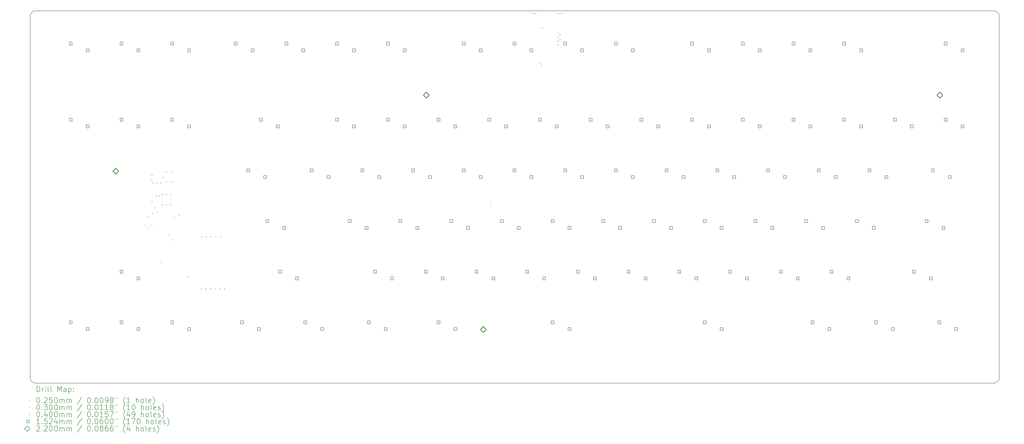
<source format=gbr>
%TF.GenerationSoftware,KiCad,Pcbnew,9.0.5*%
%TF.CreationDate,2026-01-22T23:22:43-08:00*%
%TF.ProjectId,alana-kb,616c616e-612d-46b6-922e-6b696361645f,rev?*%
%TF.SameCoordinates,Original*%
%TF.FileFunction,Drillmap*%
%TF.FilePolarity,Positive*%
%FSLAX45Y45*%
G04 Gerber Fmt 4.5, Leading zero omitted, Abs format (unit mm)*
G04 Created by KiCad (PCBNEW 9.0.5) date 2026-01-22 23:22:43*
%MOMM*%
%LPD*%
G01*
G04 APERTURE LIST*
%ADD10C,0.200000*%
%ADD11C,0.100000*%
%ADD12C,0.152400*%
%ADD13C,0.220000*%
G04 APERTURE END LIST*
D10*
X38232569Y-16068721D02*
X2232569Y-16068721D01*
X38432569Y-15868721D02*
G75*
G02*
X38232569Y-16068719I-199999J1D01*
G01*
X38232569Y-2068721D02*
G75*
G02*
X38432569Y-2268721I1J-199999D01*
G01*
X38432569Y-2268721D02*
X38432569Y-15868721D01*
X2232569Y-2068721D02*
X38232569Y-2068721D01*
X2232569Y-16068721D02*
G75*
G02*
X2032569Y-15868721I1J200001D01*
G01*
X2032569Y-2268721D02*
G75*
G02*
X2232569Y-2068719I200001J1D01*
G01*
X2032569Y-15868721D02*
X2032569Y-2268721D01*
D11*
X7237500Y-10487500D02*
X7262500Y-10512500D01*
X7262500Y-10487500D02*
X7237500Y-10512500D01*
X6375000Y-10140000D02*
G75*
G02*
X6345000Y-10140000I-15000J0D01*
G01*
X6345000Y-10140000D02*
G75*
G02*
X6375000Y-10140000I15000J0D01*
G01*
X6455000Y-9800000D02*
G75*
G02*
X6425000Y-9800000I-15000J0D01*
G01*
X6425000Y-9800000D02*
G75*
G02*
X6455000Y-9800000I15000J0D01*
G01*
X6465000Y-10223000D02*
G75*
G02*
X6435000Y-10223000I-15000J0D01*
G01*
X6435000Y-10223000D02*
G75*
G02*
X6465000Y-10223000I15000J0D01*
G01*
X6615000Y-10140000D02*
G75*
G02*
X6585000Y-10140000I-15000J0D01*
G01*
X6585000Y-10140000D02*
G75*
G02*
X6615000Y-10140000I15000J0D01*
G01*
X6822718Y-9647244D02*
G75*
G02*
X6792718Y-9647244I-15000J0D01*
G01*
X6792718Y-9647244D02*
G75*
G02*
X6822718Y-9647244I15000J0D01*
G01*
X7466779Y-9856317D02*
G75*
G02*
X7436779Y-9856317I-15000J0D01*
G01*
X7436779Y-9856317D02*
G75*
G02*
X7466779Y-9856317I15000J0D01*
G01*
X19340000Y-9325000D02*
G75*
G02*
X19310000Y-9325000I-15000J0D01*
G01*
X19310000Y-9325000D02*
G75*
G02*
X19340000Y-9325000I15000J0D01*
G01*
X19340000Y-9425000D02*
G75*
G02*
X19310000Y-9425000I-15000J0D01*
G01*
X19310000Y-9425000D02*
G75*
G02*
X19340000Y-9425000I15000J0D01*
G01*
X21179645Y-4039645D02*
G75*
G02*
X21149645Y-4039645I-15000J0D01*
G01*
X21149645Y-4039645D02*
G75*
G02*
X21179645Y-4039645I15000J0D01*
G01*
X21250355Y-4110355D02*
G75*
G02*
X21220355Y-4110355I-15000J0D01*
G01*
X21220355Y-4110355D02*
G75*
G02*
X21250355Y-4110355I15000J0D01*
G01*
X6591633Y-8385718D02*
X6591633Y-8425718D01*
X6571633Y-8405718D02*
X6611633Y-8405718D01*
X6600000Y-8230000D02*
X6600000Y-8270000D01*
X6580000Y-8250000D02*
X6620000Y-8250000D01*
X6600000Y-9220000D02*
X6600000Y-9260000D01*
X6580000Y-9240000D02*
X6620000Y-9240000D01*
X6620000Y-9670000D02*
X6620000Y-9710000D01*
X6600000Y-9690000D02*
X6640000Y-9690000D01*
X6634807Y-8521040D02*
X6634807Y-8561040D01*
X6614807Y-8541040D02*
X6654807Y-8541040D01*
X6725000Y-9450000D02*
X6725000Y-9490000D01*
X6705000Y-9470000D02*
X6745000Y-9470000D01*
X6770000Y-9010000D02*
X6770000Y-9050000D01*
X6750000Y-9030000D02*
X6790000Y-9030000D01*
X6784807Y-8521040D02*
X6784807Y-8561040D01*
X6764807Y-8541040D02*
X6804807Y-8541040D01*
X6870000Y-9010000D02*
X6870000Y-9050000D01*
X6850000Y-9030000D02*
X6890000Y-9030000D01*
X6934807Y-8521040D02*
X6934807Y-8561040D01*
X6914807Y-8541040D02*
X6954807Y-8541040D01*
X6950000Y-11505000D02*
X6950000Y-11545000D01*
X6930000Y-11525000D02*
X6970000Y-11525000D01*
X7000000Y-8960000D02*
X7000000Y-9000000D01*
X6980000Y-8980000D02*
X7020000Y-8980000D01*
X7000000Y-9340000D02*
X7000000Y-9380000D01*
X6980000Y-9360000D02*
X7020000Y-9360000D01*
X7025000Y-8305000D02*
X7025000Y-8345000D01*
X7005000Y-8325000D02*
X7045000Y-8325000D01*
X7138750Y-8480000D02*
X7138750Y-8520000D01*
X7118750Y-8500000D02*
X7158750Y-8500000D01*
X7139048Y-8116372D02*
X7139048Y-8156372D01*
X7119048Y-8136372D02*
X7159048Y-8136372D01*
X7150000Y-8960000D02*
X7150000Y-9000000D01*
X7130000Y-8980000D02*
X7170000Y-8980000D01*
X7150000Y-9340000D02*
X7150000Y-9380000D01*
X7130000Y-9360000D02*
X7170000Y-9360000D01*
X7300000Y-8960000D02*
X7300000Y-9000000D01*
X7280000Y-8980000D02*
X7320000Y-8980000D01*
X7300000Y-9340000D02*
X7300000Y-9380000D01*
X7280000Y-9360000D02*
X7320000Y-9360000D01*
X7334554Y-8480000D02*
X7334554Y-8520000D01*
X7314554Y-8500000D02*
X7354554Y-8500000D01*
X7334852Y-8116372D02*
X7334852Y-8156372D01*
X7314852Y-8136372D02*
X7354852Y-8136372D01*
X7375000Y-10650000D02*
X7375000Y-10690000D01*
X7355000Y-10670000D02*
X7395000Y-10670000D01*
X7620000Y-9730000D02*
X7620000Y-9770000D01*
X7600000Y-9750000D02*
X7640000Y-9750000D01*
X7950000Y-12055000D02*
X7950000Y-12095000D01*
X7930000Y-12075000D02*
X7970000Y-12075000D01*
X8450000Y-12505000D02*
X8450000Y-12545000D01*
X8430000Y-12525000D02*
X8470000Y-12525000D01*
X8475000Y-10540000D02*
X8475000Y-10580000D01*
X8455000Y-10560000D02*
X8495000Y-10560000D01*
X8625000Y-12505000D02*
X8625000Y-12545000D01*
X8605000Y-12525000D02*
X8645000Y-12525000D01*
X8650000Y-10540000D02*
X8650000Y-10580000D01*
X8630000Y-10560000D02*
X8670000Y-10560000D01*
X8800000Y-12505000D02*
X8800000Y-12545000D01*
X8780000Y-12525000D02*
X8820000Y-12525000D01*
X8825000Y-10540000D02*
X8825000Y-10580000D01*
X8805000Y-10560000D02*
X8845000Y-10560000D01*
X8975000Y-12505000D02*
X8975000Y-12545000D01*
X8955000Y-12525000D02*
X8995000Y-12525000D01*
X9000000Y-10540000D02*
X9000000Y-10580000D01*
X8980000Y-10560000D02*
X9020000Y-10560000D01*
X9150000Y-12505000D02*
X9150000Y-12545000D01*
X9130000Y-12525000D02*
X9170000Y-12525000D01*
X9175000Y-10540000D02*
X9175000Y-10580000D01*
X9155000Y-10560000D02*
X9195000Y-10560000D01*
X9325000Y-12505000D02*
X9325000Y-12545000D01*
X9305000Y-12525000D02*
X9345000Y-12525000D01*
X20860000Y-2150460D02*
X20860000Y-2190460D01*
X20840000Y-2170460D02*
X20880000Y-2170460D01*
X20940000Y-2150460D02*
X20940000Y-2190460D01*
X20920000Y-2170460D02*
X20960000Y-2170460D01*
X21020000Y-2150460D02*
X21020000Y-2190460D01*
X21000000Y-2170460D02*
X21040000Y-2170460D01*
X21250000Y-2680000D02*
X21250000Y-2720000D01*
X21230000Y-2700000D02*
X21270000Y-2700000D01*
X21840000Y-2150000D02*
X21840000Y-2190000D01*
X21820000Y-2170000D02*
X21860000Y-2170000D01*
X21855000Y-2895000D02*
X21855000Y-2935000D01*
X21835000Y-2915000D02*
X21875000Y-2915000D01*
X21855000Y-3045000D02*
X21855000Y-3085000D01*
X21835000Y-3065000D02*
X21875000Y-3065000D01*
X21855000Y-3195000D02*
X21855000Y-3235000D01*
X21835000Y-3215000D02*
X21875000Y-3215000D01*
X21860000Y-3325000D02*
X21860000Y-3365000D01*
X21840000Y-3345000D02*
X21880000Y-3345000D01*
X21920000Y-2150000D02*
X21920000Y-2190000D01*
X21900000Y-2170000D02*
X21940000Y-2170000D01*
X21930000Y-2970000D02*
X21930000Y-3010000D01*
X21910000Y-2990000D02*
X21950000Y-2990000D01*
X21930000Y-3120000D02*
X21930000Y-3160000D01*
X21910000Y-3140000D02*
X21950000Y-3140000D01*
X22000000Y-2150000D02*
X22000000Y-2190000D01*
X21980000Y-2170000D02*
X22020000Y-2170000D01*
D12*
X3609882Y-3355882D02*
X3609882Y-3248118D01*
X3502118Y-3248118D01*
X3502118Y-3355882D01*
X3609882Y-3355882D01*
X3609882Y-6213382D02*
X3609882Y-6105618D01*
X3502118Y-6105618D01*
X3502118Y-6213382D01*
X3609882Y-6213382D01*
X3609882Y-13833382D02*
X3609882Y-13725618D01*
X3502118Y-13725618D01*
X3502118Y-13833382D01*
X3609882Y-13833382D01*
X4244882Y-3609882D02*
X4244882Y-3502118D01*
X4137118Y-3502118D01*
X4137118Y-3609882D01*
X4244882Y-3609882D01*
X4244882Y-6467382D02*
X4244882Y-6359618D01*
X4137118Y-6359618D01*
X4137118Y-6467382D01*
X4244882Y-6467382D01*
X4244882Y-14087382D02*
X4244882Y-13979618D01*
X4137118Y-13979618D01*
X4137118Y-14087382D01*
X4244882Y-14087382D01*
X5514882Y-3355882D02*
X5514882Y-3248118D01*
X5407118Y-3248118D01*
X5407118Y-3355882D01*
X5514882Y-3355882D01*
X5514882Y-6213382D02*
X5514882Y-6105618D01*
X5407118Y-6105618D01*
X5407118Y-6213382D01*
X5514882Y-6213382D01*
X5514882Y-11928382D02*
X5514882Y-11820618D01*
X5407118Y-11820618D01*
X5407118Y-11928382D01*
X5514882Y-11928382D01*
X5514882Y-13833382D02*
X5514882Y-13725618D01*
X5407118Y-13725618D01*
X5407118Y-13833382D01*
X5514882Y-13833382D01*
X6149882Y-3609882D02*
X6149882Y-3502118D01*
X6042118Y-3502118D01*
X6042118Y-3609882D01*
X6149882Y-3609882D01*
X6149882Y-6467382D02*
X6149882Y-6359618D01*
X6042118Y-6359618D01*
X6042118Y-6467382D01*
X6149882Y-6467382D01*
X6149882Y-12182382D02*
X6149882Y-12074618D01*
X6042118Y-12074618D01*
X6042118Y-12182382D01*
X6149882Y-12182382D01*
X6149882Y-14087382D02*
X6149882Y-13979618D01*
X6042118Y-13979618D01*
X6042118Y-14087382D01*
X6149882Y-14087382D01*
X7419882Y-3355882D02*
X7419882Y-3248118D01*
X7312118Y-3248118D01*
X7312118Y-3355882D01*
X7419882Y-3355882D01*
X7419882Y-6213382D02*
X7419882Y-6105618D01*
X7312118Y-6105618D01*
X7312118Y-6213382D01*
X7419882Y-6213382D01*
X7419882Y-13833382D02*
X7419882Y-13725618D01*
X7312118Y-13725618D01*
X7312118Y-13833382D01*
X7419882Y-13833382D01*
X8054882Y-3609882D02*
X8054882Y-3502118D01*
X7947118Y-3502118D01*
X7947118Y-3609882D01*
X8054882Y-3609882D01*
X8054882Y-6467382D02*
X8054882Y-6359618D01*
X7947118Y-6359618D01*
X7947118Y-6467382D01*
X8054882Y-6467382D01*
X8054882Y-14087382D02*
X8054882Y-13979618D01*
X7947118Y-13979618D01*
X7947118Y-14087382D01*
X8054882Y-14087382D01*
X9801132Y-3355882D02*
X9801132Y-3248118D01*
X9693368Y-3248118D01*
X9693368Y-3355882D01*
X9801132Y-3355882D01*
X10039257Y-13833382D02*
X10039257Y-13725618D01*
X9931493Y-13725618D01*
X9931493Y-13833382D01*
X10039257Y-13833382D01*
X10277382Y-8118382D02*
X10277382Y-8010618D01*
X10169618Y-8010618D01*
X10169618Y-8118382D01*
X10277382Y-8118382D01*
X10436132Y-3609882D02*
X10436132Y-3502118D01*
X10328368Y-3502118D01*
X10328368Y-3609882D01*
X10436132Y-3609882D01*
X10674257Y-14087382D02*
X10674257Y-13979618D01*
X10566493Y-13979618D01*
X10566493Y-14087382D01*
X10674257Y-14087382D01*
X10753632Y-6213382D02*
X10753632Y-6105618D01*
X10645868Y-6105618D01*
X10645868Y-6213382D01*
X10753632Y-6213382D01*
X10912382Y-8372382D02*
X10912382Y-8264618D01*
X10804618Y-8264618D01*
X10804618Y-8372382D01*
X10912382Y-8372382D01*
X10991757Y-10023382D02*
X10991757Y-9915618D01*
X10883993Y-9915618D01*
X10883993Y-10023382D01*
X10991757Y-10023382D01*
X11388632Y-6467382D02*
X11388632Y-6359618D01*
X11280868Y-6359618D01*
X11280868Y-6467382D01*
X11388632Y-6467382D01*
X11468007Y-11928382D02*
X11468007Y-11820618D01*
X11360243Y-11820618D01*
X11360243Y-11928382D01*
X11468007Y-11928382D01*
X11626757Y-10277382D02*
X11626757Y-10169618D01*
X11518993Y-10169618D01*
X11518993Y-10277382D01*
X11626757Y-10277382D01*
X11706132Y-3355882D02*
X11706132Y-3248118D01*
X11598368Y-3248118D01*
X11598368Y-3355882D01*
X11706132Y-3355882D01*
X12103007Y-12182382D02*
X12103007Y-12074618D01*
X11995243Y-12074618D01*
X11995243Y-12182382D01*
X12103007Y-12182382D01*
X12341132Y-3609882D02*
X12341132Y-3502118D01*
X12233368Y-3502118D01*
X12233368Y-3609882D01*
X12341132Y-3609882D01*
X12420507Y-13833382D02*
X12420507Y-13725618D01*
X12312743Y-13725618D01*
X12312743Y-13833382D01*
X12420507Y-13833382D01*
X12658632Y-8118382D02*
X12658632Y-8010618D01*
X12550868Y-8010618D01*
X12550868Y-8118382D01*
X12658632Y-8118382D01*
X13055507Y-14087382D02*
X13055507Y-13979618D01*
X12947743Y-13979618D01*
X12947743Y-14087382D01*
X13055507Y-14087382D01*
X13293632Y-8372382D02*
X13293632Y-8264618D01*
X13185868Y-8264618D01*
X13185868Y-8372382D01*
X13293632Y-8372382D01*
X13611132Y-3355882D02*
X13611132Y-3248118D01*
X13503368Y-3248118D01*
X13503368Y-3355882D01*
X13611132Y-3355882D01*
X13611132Y-6213382D02*
X13611132Y-6105618D01*
X13503368Y-6105618D01*
X13503368Y-6213382D01*
X13611132Y-6213382D01*
X14087382Y-10023382D02*
X14087382Y-9915618D01*
X13979618Y-9915618D01*
X13979618Y-10023382D01*
X14087382Y-10023382D01*
X14246132Y-3609882D02*
X14246132Y-3502118D01*
X14138368Y-3502118D01*
X14138368Y-3609882D01*
X14246132Y-3609882D01*
X14246132Y-6467382D02*
X14246132Y-6359618D01*
X14138368Y-6359618D01*
X14138368Y-6467382D01*
X14246132Y-6467382D01*
X14563632Y-8118382D02*
X14563632Y-8010618D01*
X14455868Y-8010618D01*
X14455868Y-8118382D01*
X14563632Y-8118382D01*
X14722382Y-10277382D02*
X14722382Y-10169618D01*
X14614618Y-10169618D01*
X14614618Y-10277382D01*
X14722382Y-10277382D01*
X14801757Y-13833382D02*
X14801757Y-13725618D01*
X14693993Y-13725618D01*
X14693993Y-13833382D01*
X14801757Y-13833382D01*
X15039882Y-11928382D02*
X15039882Y-11820618D01*
X14932118Y-11820618D01*
X14932118Y-11928382D01*
X15039882Y-11928382D01*
X15198632Y-8372382D02*
X15198632Y-8264618D01*
X15090868Y-8264618D01*
X15090868Y-8372382D01*
X15198632Y-8372382D01*
X15436757Y-14087382D02*
X15436757Y-13979618D01*
X15328993Y-13979618D01*
X15328993Y-14087382D01*
X15436757Y-14087382D01*
X15516132Y-3355882D02*
X15516132Y-3248118D01*
X15408368Y-3248118D01*
X15408368Y-3355882D01*
X15516132Y-3355882D01*
X15516132Y-6213382D02*
X15516132Y-6105618D01*
X15408368Y-6105618D01*
X15408368Y-6213382D01*
X15516132Y-6213382D01*
X15674882Y-12182382D02*
X15674882Y-12074618D01*
X15567118Y-12074618D01*
X15567118Y-12182382D01*
X15674882Y-12182382D01*
X15992382Y-10023382D02*
X15992382Y-9915618D01*
X15884618Y-9915618D01*
X15884618Y-10023382D01*
X15992382Y-10023382D01*
X16151132Y-3609882D02*
X16151132Y-3502118D01*
X16043368Y-3502118D01*
X16043368Y-3609882D01*
X16151132Y-3609882D01*
X16151132Y-6467382D02*
X16151132Y-6359618D01*
X16043368Y-6359618D01*
X16043368Y-6467382D01*
X16151132Y-6467382D01*
X16468632Y-8118382D02*
X16468632Y-8010618D01*
X16360868Y-8010618D01*
X16360868Y-8118382D01*
X16468632Y-8118382D01*
X16627382Y-10277382D02*
X16627382Y-10169618D01*
X16519618Y-10169618D01*
X16519618Y-10277382D01*
X16627382Y-10277382D01*
X16944882Y-11928382D02*
X16944882Y-11820618D01*
X16837118Y-11820618D01*
X16837118Y-11928382D01*
X16944882Y-11928382D01*
X17103632Y-8372382D02*
X17103632Y-8264618D01*
X16995868Y-8264618D01*
X16995868Y-8372382D01*
X17103632Y-8372382D01*
X17421132Y-6213382D02*
X17421132Y-6105618D01*
X17313368Y-6105618D01*
X17313368Y-6213382D01*
X17421132Y-6213382D01*
X17421132Y-13833382D02*
X17421132Y-13725618D01*
X17313368Y-13725618D01*
X17313368Y-13833382D01*
X17421132Y-13833382D01*
X17579882Y-12182382D02*
X17579882Y-12074618D01*
X17472118Y-12074618D01*
X17472118Y-12182382D01*
X17579882Y-12182382D01*
X17897382Y-10023382D02*
X17897382Y-9915618D01*
X17789618Y-9915618D01*
X17789618Y-10023382D01*
X17897382Y-10023382D01*
X18056132Y-6467382D02*
X18056132Y-6359618D01*
X17948368Y-6359618D01*
X17948368Y-6467382D01*
X18056132Y-6467382D01*
X18056132Y-14087382D02*
X18056132Y-13979618D01*
X17948368Y-13979618D01*
X17948368Y-14087382D01*
X18056132Y-14087382D01*
X18373632Y-3355882D02*
X18373632Y-3248118D01*
X18265868Y-3248118D01*
X18265868Y-3355882D01*
X18373632Y-3355882D01*
X18373632Y-8118382D02*
X18373632Y-8010618D01*
X18265868Y-8010618D01*
X18265868Y-8118382D01*
X18373632Y-8118382D01*
X18532382Y-10277382D02*
X18532382Y-10169618D01*
X18424618Y-10169618D01*
X18424618Y-10277382D01*
X18532382Y-10277382D01*
X18849882Y-11928382D02*
X18849882Y-11820618D01*
X18742118Y-11820618D01*
X18742118Y-11928382D01*
X18849882Y-11928382D01*
X19008632Y-3609882D02*
X19008632Y-3502118D01*
X18900868Y-3502118D01*
X18900868Y-3609882D01*
X19008632Y-3609882D01*
X19008632Y-8372382D02*
X19008632Y-8264618D01*
X18900868Y-8264618D01*
X18900868Y-8372382D01*
X19008632Y-8372382D01*
X19326132Y-6213382D02*
X19326132Y-6105618D01*
X19218368Y-6105618D01*
X19218368Y-6213382D01*
X19326132Y-6213382D01*
X19484882Y-12182382D02*
X19484882Y-12074618D01*
X19377118Y-12074618D01*
X19377118Y-12182382D01*
X19484882Y-12182382D01*
X19802382Y-10023382D02*
X19802382Y-9915618D01*
X19694618Y-9915618D01*
X19694618Y-10023382D01*
X19802382Y-10023382D01*
X19961132Y-6467382D02*
X19961132Y-6359618D01*
X19853368Y-6359618D01*
X19853368Y-6467382D01*
X19961132Y-6467382D01*
X20278632Y-3355882D02*
X20278632Y-3248118D01*
X20170868Y-3248118D01*
X20170868Y-3355882D01*
X20278632Y-3355882D01*
X20278632Y-8118382D02*
X20278632Y-8010618D01*
X20170868Y-8010618D01*
X20170868Y-8118382D01*
X20278632Y-8118382D01*
X20437382Y-10277382D02*
X20437382Y-10169618D01*
X20329618Y-10169618D01*
X20329618Y-10277382D01*
X20437382Y-10277382D01*
X20754882Y-11928382D02*
X20754882Y-11820618D01*
X20647118Y-11820618D01*
X20647118Y-11928382D01*
X20754882Y-11928382D01*
X20913632Y-3609882D02*
X20913632Y-3502118D01*
X20805868Y-3502118D01*
X20805868Y-3609882D01*
X20913632Y-3609882D01*
X20913632Y-8372382D02*
X20913632Y-8264618D01*
X20805868Y-8264618D01*
X20805868Y-8372382D01*
X20913632Y-8372382D01*
X21231132Y-6213382D02*
X21231132Y-6105618D01*
X21123368Y-6105618D01*
X21123368Y-6213382D01*
X21231132Y-6213382D01*
X21389882Y-12182382D02*
X21389882Y-12074618D01*
X21282118Y-12074618D01*
X21282118Y-12182382D01*
X21389882Y-12182382D01*
X21707382Y-10023382D02*
X21707382Y-9915618D01*
X21599618Y-9915618D01*
X21599618Y-10023382D01*
X21707382Y-10023382D01*
X21707382Y-13833382D02*
X21707382Y-13725618D01*
X21599618Y-13725618D01*
X21599618Y-13833382D01*
X21707382Y-13833382D01*
X21866132Y-6467382D02*
X21866132Y-6359618D01*
X21758368Y-6359618D01*
X21758368Y-6467382D01*
X21866132Y-6467382D01*
X22183632Y-3355882D02*
X22183632Y-3248118D01*
X22075868Y-3248118D01*
X22075868Y-3355882D01*
X22183632Y-3355882D01*
X22183632Y-8118382D02*
X22183632Y-8010618D01*
X22075868Y-8010618D01*
X22075868Y-8118382D01*
X22183632Y-8118382D01*
X22342382Y-10277382D02*
X22342382Y-10169618D01*
X22234618Y-10169618D01*
X22234618Y-10277382D01*
X22342382Y-10277382D01*
X22342382Y-14087382D02*
X22342382Y-13979618D01*
X22234618Y-13979618D01*
X22234618Y-14087382D01*
X22342382Y-14087382D01*
X22659882Y-11928382D02*
X22659882Y-11820618D01*
X22552118Y-11820618D01*
X22552118Y-11928382D01*
X22659882Y-11928382D01*
X22818632Y-3609882D02*
X22818632Y-3502118D01*
X22710868Y-3502118D01*
X22710868Y-3609882D01*
X22818632Y-3609882D01*
X22818632Y-8372382D02*
X22818632Y-8264618D01*
X22710868Y-8264618D01*
X22710868Y-8372382D01*
X22818632Y-8372382D01*
X23136132Y-6213382D02*
X23136132Y-6105618D01*
X23028368Y-6105618D01*
X23028368Y-6213382D01*
X23136132Y-6213382D01*
X23294882Y-12182382D02*
X23294882Y-12074618D01*
X23187118Y-12074618D01*
X23187118Y-12182382D01*
X23294882Y-12182382D01*
X23612382Y-10023382D02*
X23612382Y-9915618D01*
X23504618Y-9915618D01*
X23504618Y-10023382D01*
X23612382Y-10023382D01*
X23771132Y-6467382D02*
X23771132Y-6359618D01*
X23663368Y-6359618D01*
X23663368Y-6467382D01*
X23771132Y-6467382D01*
X24088632Y-3355882D02*
X24088632Y-3248118D01*
X23980868Y-3248118D01*
X23980868Y-3355882D01*
X24088632Y-3355882D01*
X24088632Y-8118382D02*
X24088632Y-8010618D01*
X23980868Y-8010618D01*
X23980868Y-8118382D01*
X24088632Y-8118382D01*
X24247382Y-10277382D02*
X24247382Y-10169618D01*
X24139618Y-10169618D01*
X24139618Y-10277382D01*
X24247382Y-10277382D01*
X24564882Y-11928382D02*
X24564882Y-11820618D01*
X24457118Y-11820618D01*
X24457118Y-11928382D01*
X24564882Y-11928382D01*
X24723632Y-3609882D02*
X24723632Y-3502118D01*
X24615868Y-3502118D01*
X24615868Y-3609882D01*
X24723632Y-3609882D01*
X24723632Y-8372382D02*
X24723632Y-8264618D01*
X24615868Y-8264618D01*
X24615868Y-8372382D01*
X24723632Y-8372382D01*
X25041132Y-6213382D02*
X25041132Y-6105618D01*
X24933368Y-6105618D01*
X24933368Y-6213382D01*
X25041132Y-6213382D01*
X25199882Y-12182382D02*
X25199882Y-12074618D01*
X25092118Y-12074618D01*
X25092118Y-12182382D01*
X25199882Y-12182382D01*
X25517382Y-10023382D02*
X25517382Y-9915618D01*
X25409618Y-9915618D01*
X25409618Y-10023382D01*
X25517382Y-10023382D01*
X25676132Y-6467382D02*
X25676132Y-6359618D01*
X25568368Y-6359618D01*
X25568368Y-6467382D01*
X25676132Y-6467382D01*
X25993632Y-8118382D02*
X25993632Y-8010618D01*
X25885868Y-8010618D01*
X25885868Y-8118382D01*
X25993632Y-8118382D01*
X26152382Y-10277382D02*
X26152382Y-10169618D01*
X26044618Y-10169618D01*
X26044618Y-10277382D01*
X26152382Y-10277382D01*
X26469882Y-11928382D02*
X26469882Y-11820618D01*
X26362118Y-11820618D01*
X26362118Y-11928382D01*
X26469882Y-11928382D01*
X26628632Y-8372382D02*
X26628632Y-8264618D01*
X26520868Y-8264618D01*
X26520868Y-8372382D01*
X26628632Y-8372382D01*
X26946132Y-3355882D02*
X26946132Y-3248118D01*
X26838368Y-3248118D01*
X26838368Y-3355882D01*
X26946132Y-3355882D01*
X26946132Y-6213382D02*
X26946132Y-6105618D01*
X26838368Y-6105618D01*
X26838368Y-6213382D01*
X26946132Y-6213382D01*
X27104882Y-12182382D02*
X27104882Y-12074618D01*
X26997118Y-12074618D01*
X26997118Y-12182382D01*
X27104882Y-12182382D01*
X27422382Y-10023382D02*
X27422382Y-9915618D01*
X27314618Y-9915618D01*
X27314618Y-10023382D01*
X27422382Y-10023382D01*
X27422382Y-13833382D02*
X27422382Y-13725618D01*
X27314618Y-13725618D01*
X27314618Y-13833382D01*
X27422382Y-13833382D01*
X27581132Y-3609882D02*
X27581132Y-3502118D01*
X27473368Y-3502118D01*
X27473368Y-3609882D01*
X27581132Y-3609882D01*
X27581132Y-6467382D02*
X27581132Y-6359618D01*
X27473368Y-6359618D01*
X27473368Y-6467382D01*
X27581132Y-6467382D01*
X27898632Y-8118382D02*
X27898632Y-8010618D01*
X27790868Y-8010618D01*
X27790868Y-8118382D01*
X27898632Y-8118382D01*
X28057382Y-10277382D02*
X28057382Y-10169618D01*
X27949618Y-10169618D01*
X27949618Y-10277382D01*
X28057382Y-10277382D01*
X28057382Y-14087382D02*
X28057382Y-13979618D01*
X27949618Y-13979618D01*
X27949618Y-14087382D01*
X28057382Y-14087382D01*
X28374882Y-11928382D02*
X28374882Y-11820618D01*
X28267118Y-11820618D01*
X28267118Y-11928382D01*
X28374882Y-11928382D01*
X28533632Y-8372382D02*
X28533632Y-8264618D01*
X28425868Y-8264618D01*
X28425868Y-8372382D01*
X28533632Y-8372382D01*
X28851132Y-3355882D02*
X28851132Y-3248118D01*
X28743368Y-3248118D01*
X28743368Y-3355882D01*
X28851132Y-3355882D01*
X28851132Y-6213382D02*
X28851132Y-6105618D01*
X28743368Y-6105618D01*
X28743368Y-6213382D01*
X28851132Y-6213382D01*
X29009882Y-12182382D02*
X29009882Y-12074618D01*
X28902118Y-12074618D01*
X28902118Y-12182382D01*
X29009882Y-12182382D01*
X29327382Y-10023382D02*
X29327382Y-9915618D01*
X29219618Y-9915618D01*
X29219618Y-10023382D01*
X29327382Y-10023382D01*
X29486132Y-3609882D02*
X29486132Y-3502118D01*
X29378368Y-3502118D01*
X29378368Y-3609882D01*
X29486132Y-3609882D01*
X29486132Y-6467382D02*
X29486132Y-6359618D01*
X29378368Y-6359618D01*
X29378368Y-6467382D01*
X29486132Y-6467382D01*
X29803632Y-8118382D02*
X29803632Y-8010618D01*
X29695868Y-8010618D01*
X29695868Y-8118382D01*
X29803632Y-8118382D01*
X29962382Y-10277382D02*
X29962382Y-10169618D01*
X29854618Y-10169618D01*
X29854618Y-10277382D01*
X29962382Y-10277382D01*
X30279882Y-11928382D02*
X30279882Y-11820618D01*
X30172118Y-11820618D01*
X30172118Y-11928382D01*
X30279882Y-11928382D01*
X30438632Y-8372382D02*
X30438632Y-8264618D01*
X30330868Y-8264618D01*
X30330868Y-8372382D01*
X30438632Y-8372382D01*
X30756132Y-3355882D02*
X30756132Y-3248118D01*
X30648368Y-3248118D01*
X30648368Y-3355882D01*
X30756132Y-3355882D01*
X30756132Y-6213382D02*
X30756132Y-6105618D01*
X30648368Y-6105618D01*
X30648368Y-6213382D01*
X30756132Y-6213382D01*
X30914882Y-12182382D02*
X30914882Y-12074618D01*
X30807118Y-12074618D01*
X30807118Y-12182382D01*
X30914882Y-12182382D01*
X31232382Y-10023382D02*
X31232382Y-9915618D01*
X31124618Y-9915618D01*
X31124618Y-10023382D01*
X31232382Y-10023382D01*
X31391132Y-3609882D02*
X31391132Y-3502118D01*
X31283368Y-3502118D01*
X31283368Y-3609882D01*
X31391132Y-3609882D01*
X31391132Y-6467382D02*
X31391132Y-6359618D01*
X31283368Y-6359618D01*
X31283368Y-6467382D01*
X31391132Y-6467382D01*
X31470507Y-13833382D02*
X31470507Y-13725618D01*
X31362743Y-13725618D01*
X31362743Y-13833382D01*
X31470507Y-13833382D01*
X31708632Y-8118382D02*
X31708632Y-8010618D01*
X31600868Y-8010618D01*
X31600868Y-8118382D01*
X31708632Y-8118382D01*
X31867382Y-10277382D02*
X31867382Y-10169618D01*
X31759618Y-10169618D01*
X31759618Y-10277382D01*
X31867382Y-10277382D01*
X32105507Y-14087382D02*
X32105507Y-13979618D01*
X31997743Y-13979618D01*
X31997743Y-14087382D01*
X32105507Y-14087382D01*
X32184882Y-11928382D02*
X32184882Y-11820618D01*
X32077118Y-11820618D01*
X32077118Y-11928382D01*
X32184882Y-11928382D01*
X32343632Y-8372382D02*
X32343632Y-8264618D01*
X32235868Y-8264618D01*
X32235868Y-8372382D01*
X32343632Y-8372382D01*
X32661132Y-3355882D02*
X32661132Y-3248118D01*
X32553368Y-3248118D01*
X32553368Y-3355882D01*
X32661132Y-3355882D01*
X32661132Y-6213382D02*
X32661132Y-6105618D01*
X32553368Y-6105618D01*
X32553368Y-6213382D01*
X32661132Y-6213382D01*
X32819882Y-12182382D02*
X32819882Y-12074618D01*
X32712118Y-12074618D01*
X32712118Y-12182382D01*
X32819882Y-12182382D01*
X33137382Y-10023382D02*
X33137382Y-9915618D01*
X33029618Y-9915618D01*
X33029618Y-10023382D01*
X33137382Y-10023382D01*
X33296132Y-3609882D02*
X33296132Y-3502118D01*
X33188368Y-3502118D01*
X33188368Y-3609882D01*
X33296132Y-3609882D01*
X33296132Y-6467382D02*
X33296132Y-6359618D01*
X33188368Y-6359618D01*
X33188368Y-6467382D01*
X33296132Y-6467382D01*
X33613632Y-8118382D02*
X33613632Y-8010618D01*
X33505868Y-8010618D01*
X33505868Y-8118382D01*
X33613632Y-8118382D01*
X33772382Y-10277382D02*
X33772382Y-10169618D01*
X33664618Y-10169618D01*
X33664618Y-10277382D01*
X33772382Y-10277382D01*
X33851757Y-13833382D02*
X33851757Y-13725618D01*
X33743993Y-13725618D01*
X33743993Y-13833382D01*
X33851757Y-13833382D01*
X34248632Y-8372382D02*
X34248632Y-8264618D01*
X34140868Y-8264618D01*
X34140868Y-8372382D01*
X34248632Y-8372382D01*
X34486757Y-14087382D02*
X34486757Y-13979618D01*
X34378993Y-13979618D01*
X34378993Y-14087382D01*
X34486757Y-14087382D01*
X34566132Y-6213382D02*
X34566132Y-6105618D01*
X34458368Y-6105618D01*
X34458368Y-6213382D01*
X34566132Y-6213382D01*
X35201132Y-6467382D02*
X35201132Y-6359618D01*
X35093368Y-6359618D01*
X35093368Y-6467382D01*
X35201132Y-6467382D01*
X35280507Y-11928382D02*
X35280507Y-11820618D01*
X35172743Y-11820618D01*
X35172743Y-11928382D01*
X35280507Y-11928382D01*
X35756757Y-10023382D02*
X35756757Y-9915618D01*
X35648993Y-9915618D01*
X35648993Y-10023382D01*
X35756757Y-10023382D01*
X35915507Y-12182382D02*
X35915507Y-12074618D01*
X35807743Y-12074618D01*
X35807743Y-12182382D01*
X35915507Y-12182382D01*
X35994882Y-8118382D02*
X35994882Y-8010618D01*
X35887118Y-8010618D01*
X35887118Y-8118382D01*
X35994882Y-8118382D01*
X36233007Y-13833382D02*
X36233007Y-13725618D01*
X36125243Y-13725618D01*
X36125243Y-13833382D01*
X36233007Y-13833382D01*
X36391757Y-10277382D02*
X36391757Y-10169618D01*
X36283993Y-10169618D01*
X36283993Y-10277382D01*
X36391757Y-10277382D01*
X36471132Y-3355882D02*
X36471132Y-3248118D01*
X36363368Y-3248118D01*
X36363368Y-3355882D01*
X36471132Y-3355882D01*
X36471132Y-6213382D02*
X36471132Y-6105618D01*
X36363368Y-6105618D01*
X36363368Y-6213382D01*
X36471132Y-6213382D01*
X36629882Y-8372382D02*
X36629882Y-8264618D01*
X36522118Y-8264618D01*
X36522118Y-8372382D01*
X36629882Y-8372382D01*
X36868007Y-14087382D02*
X36868007Y-13979618D01*
X36760243Y-13979618D01*
X36760243Y-14087382D01*
X36868007Y-14087382D01*
X37106132Y-3609882D02*
X37106132Y-3502118D01*
X36998368Y-3502118D01*
X36998368Y-3609882D01*
X37106132Y-3609882D01*
X37106132Y-6467382D02*
X37106132Y-6359618D01*
X36998368Y-6359618D01*
X36998368Y-6467382D01*
X37106132Y-6467382D01*
D13*
X5238750Y-8206250D02*
X5348750Y-8096250D01*
X5238750Y-7986250D01*
X5128750Y-8096250D01*
X5238750Y-8206250D01*
X16906875Y-5348750D02*
X17016875Y-5238750D01*
X16906875Y-5128750D01*
X16796875Y-5238750D01*
X16906875Y-5348750D01*
X19050000Y-14159375D02*
X19160000Y-14049375D01*
X19050000Y-13939375D01*
X18940000Y-14049375D01*
X19050000Y-14159375D01*
X36195000Y-5348750D02*
X36305000Y-5238750D01*
X36195000Y-5128750D01*
X36085000Y-5238750D01*
X36195000Y-5348750D01*
D10*
X2283346Y-16390205D02*
X2283346Y-16190205D01*
X2283346Y-16190205D02*
X2330965Y-16190205D01*
X2330965Y-16190205D02*
X2359536Y-16199729D01*
X2359536Y-16199729D02*
X2378584Y-16218776D01*
X2378584Y-16218776D02*
X2388108Y-16237824D01*
X2388108Y-16237824D02*
X2397631Y-16275919D01*
X2397631Y-16275919D02*
X2397631Y-16304491D01*
X2397631Y-16304491D02*
X2388108Y-16342586D01*
X2388108Y-16342586D02*
X2378584Y-16361633D01*
X2378584Y-16361633D02*
X2359536Y-16380681D01*
X2359536Y-16380681D02*
X2330965Y-16390205D01*
X2330965Y-16390205D02*
X2283346Y-16390205D01*
X2483346Y-16390205D02*
X2483346Y-16256872D01*
X2483346Y-16294967D02*
X2492869Y-16275919D01*
X2492869Y-16275919D02*
X2502393Y-16266395D01*
X2502393Y-16266395D02*
X2521441Y-16256872D01*
X2521441Y-16256872D02*
X2540489Y-16256872D01*
X2607155Y-16390205D02*
X2607155Y-16256872D01*
X2607155Y-16190205D02*
X2597631Y-16199729D01*
X2597631Y-16199729D02*
X2607155Y-16209253D01*
X2607155Y-16209253D02*
X2616679Y-16199729D01*
X2616679Y-16199729D02*
X2607155Y-16190205D01*
X2607155Y-16190205D02*
X2607155Y-16209253D01*
X2730965Y-16390205D02*
X2711917Y-16380681D01*
X2711917Y-16380681D02*
X2702393Y-16361633D01*
X2702393Y-16361633D02*
X2702393Y-16190205D01*
X2835726Y-16390205D02*
X2816679Y-16380681D01*
X2816679Y-16380681D02*
X2807155Y-16361633D01*
X2807155Y-16361633D02*
X2807155Y-16190205D01*
X3064298Y-16390205D02*
X3064298Y-16190205D01*
X3064298Y-16190205D02*
X3130965Y-16333062D01*
X3130965Y-16333062D02*
X3197631Y-16190205D01*
X3197631Y-16190205D02*
X3197631Y-16390205D01*
X3378584Y-16390205D02*
X3378584Y-16285443D01*
X3378584Y-16285443D02*
X3369060Y-16266395D01*
X3369060Y-16266395D02*
X3350012Y-16256872D01*
X3350012Y-16256872D02*
X3311917Y-16256872D01*
X3311917Y-16256872D02*
X3292869Y-16266395D01*
X3378584Y-16380681D02*
X3359536Y-16390205D01*
X3359536Y-16390205D02*
X3311917Y-16390205D01*
X3311917Y-16390205D02*
X3292869Y-16380681D01*
X3292869Y-16380681D02*
X3283346Y-16361633D01*
X3283346Y-16361633D02*
X3283346Y-16342586D01*
X3283346Y-16342586D02*
X3292869Y-16323538D01*
X3292869Y-16323538D02*
X3311917Y-16314014D01*
X3311917Y-16314014D02*
X3359536Y-16314014D01*
X3359536Y-16314014D02*
X3378584Y-16304491D01*
X3473822Y-16256872D02*
X3473822Y-16456872D01*
X3473822Y-16266395D02*
X3492869Y-16256872D01*
X3492869Y-16256872D02*
X3530965Y-16256872D01*
X3530965Y-16256872D02*
X3550012Y-16266395D01*
X3550012Y-16266395D02*
X3559536Y-16275919D01*
X3559536Y-16275919D02*
X3569060Y-16294967D01*
X3569060Y-16294967D02*
X3569060Y-16352110D01*
X3569060Y-16352110D02*
X3559536Y-16371157D01*
X3559536Y-16371157D02*
X3550012Y-16380681D01*
X3550012Y-16380681D02*
X3530965Y-16390205D01*
X3530965Y-16390205D02*
X3492869Y-16390205D01*
X3492869Y-16390205D02*
X3473822Y-16380681D01*
X3654774Y-16371157D02*
X3664298Y-16380681D01*
X3664298Y-16380681D02*
X3654774Y-16390205D01*
X3654774Y-16390205D02*
X3645250Y-16380681D01*
X3645250Y-16380681D02*
X3654774Y-16371157D01*
X3654774Y-16371157D02*
X3654774Y-16390205D01*
X3654774Y-16266395D02*
X3664298Y-16275919D01*
X3664298Y-16275919D02*
X3654774Y-16285443D01*
X3654774Y-16285443D02*
X3645250Y-16275919D01*
X3645250Y-16275919D02*
X3654774Y-16266395D01*
X3654774Y-16266395D02*
X3654774Y-16285443D01*
D11*
X1997569Y-16706221D02*
X2022569Y-16731221D01*
X2022569Y-16706221D02*
X1997569Y-16731221D01*
D10*
X2321441Y-16610205D02*
X2340489Y-16610205D01*
X2340489Y-16610205D02*
X2359536Y-16619729D01*
X2359536Y-16619729D02*
X2369060Y-16629253D01*
X2369060Y-16629253D02*
X2378584Y-16648300D01*
X2378584Y-16648300D02*
X2388108Y-16686395D01*
X2388108Y-16686395D02*
X2388108Y-16734014D01*
X2388108Y-16734014D02*
X2378584Y-16772110D01*
X2378584Y-16772110D02*
X2369060Y-16791157D01*
X2369060Y-16791157D02*
X2359536Y-16800681D01*
X2359536Y-16800681D02*
X2340489Y-16810205D01*
X2340489Y-16810205D02*
X2321441Y-16810205D01*
X2321441Y-16810205D02*
X2302393Y-16800681D01*
X2302393Y-16800681D02*
X2292869Y-16791157D01*
X2292869Y-16791157D02*
X2283346Y-16772110D01*
X2283346Y-16772110D02*
X2273822Y-16734014D01*
X2273822Y-16734014D02*
X2273822Y-16686395D01*
X2273822Y-16686395D02*
X2283346Y-16648300D01*
X2283346Y-16648300D02*
X2292869Y-16629253D01*
X2292869Y-16629253D02*
X2302393Y-16619729D01*
X2302393Y-16619729D02*
X2321441Y-16610205D01*
X2473822Y-16791157D02*
X2483346Y-16800681D01*
X2483346Y-16800681D02*
X2473822Y-16810205D01*
X2473822Y-16810205D02*
X2464298Y-16800681D01*
X2464298Y-16800681D02*
X2473822Y-16791157D01*
X2473822Y-16791157D02*
X2473822Y-16810205D01*
X2559536Y-16629253D02*
X2569060Y-16619729D01*
X2569060Y-16619729D02*
X2588108Y-16610205D01*
X2588108Y-16610205D02*
X2635727Y-16610205D01*
X2635727Y-16610205D02*
X2654774Y-16619729D01*
X2654774Y-16619729D02*
X2664298Y-16629253D01*
X2664298Y-16629253D02*
X2673822Y-16648300D01*
X2673822Y-16648300D02*
X2673822Y-16667348D01*
X2673822Y-16667348D02*
X2664298Y-16695919D01*
X2664298Y-16695919D02*
X2550012Y-16810205D01*
X2550012Y-16810205D02*
X2673822Y-16810205D01*
X2854774Y-16610205D02*
X2759536Y-16610205D01*
X2759536Y-16610205D02*
X2750012Y-16705443D01*
X2750012Y-16705443D02*
X2759536Y-16695919D01*
X2759536Y-16695919D02*
X2778584Y-16686395D01*
X2778584Y-16686395D02*
X2826203Y-16686395D01*
X2826203Y-16686395D02*
X2845250Y-16695919D01*
X2845250Y-16695919D02*
X2854774Y-16705443D01*
X2854774Y-16705443D02*
X2864298Y-16724491D01*
X2864298Y-16724491D02*
X2864298Y-16772110D01*
X2864298Y-16772110D02*
X2854774Y-16791157D01*
X2854774Y-16791157D02*
X2845250Y-16800681D01*
X2845250Y-16800681D02*
X2826203Y-16810205D01*
X2826203Y-16810205D02*
X2778584Y-16810205D01*
X2778584Y-16810205D02*
X2759536Y-16800681D01*
X2759536Y-16800681D02*
X2750012Y-16791157D01*
X2988107Y-16610205D02*
X3007155Y-16610205D01*
X3007155Y-16610205D02*
X3026203Y-16619729D01*
X3026203Y-16619729D02*
X3035727Y-16629253D01*
X3035727Y-16629253D02*
X3045250Y-16648300D01*
X3045250Y-16648300D02*
X3054774Y-16686395D01*
X3054774Y-16686395D02*
X3054774Y-16734014D01*
X3054774Y-16734014D02*
X3045250Y-16772110D01*
X3045250Y-16772110D02*
X3035727Y-16791157D01*
X3035727Y-16791157D02*
X3026203Y-16800681D01*
X3026203Y-16800681D02*
X3007155Y-16810205D01*
X3007155Y-16810205D02*
X2988107Y-16810205D01*
X2988107Y-16810205D02*
X2969060Y-16800681D01*
X2969060Y-16800681D02*
X2959536Y-16791157D01*
X2959536Y-16791157D02*
X2950012Y-16772110D01*
X2950012Y-16772110D02*
X2940488Y-16734014D01*
X2940488Y-16734014D02*
X2940488Y-16686395D01*
X2940488Y-16686395D02*
X2950012Y-16648300D01*
X2950012Y-16648300D02*
X2959536Y-16629253D01*
X2959536Y-16629253D02*
X2969060Y-16619729D01*
X2969060Y-16619729D02*
X2988107Y-16610205D01*
X3140488Y-16810205D02*
X3140488Y-16676872D01*
X3140488Y-16695919D02*
X3150012Y-16686395D01*
X3150012Y-16686395D02*
X3169060Y-16676872D01*
X3169060Y-16676872D02*
X3197631Y-16676872D01*
X3197631Y-16676872D02*
X3216679Y-16686395D01*
X3216679Y-16686395D02*
X3226203Y-16705443D01*
X3226203Y-16705443D02*
X3226203Y-16810205D01*
X3226203Y-16705443D02*
X3235727Y-16686395D01*
X3235727Y-16686395D02*
X3254774Y-16676872D01*
X3254774Y-16676872D02*
X3283346Y-16676872D01*
X3283346Y-16676872D02*
X3302393Y-16686395D01*
X3302393Y-16686395D02*
X3311917Y-16705443D01*
X3311917Y-16705443D02*
X3311917Y-16810205D01*
X3407155Y-16810205D02*
X3407155Y-16676872D01*
X3407155Y-16695919D02*
X3416679Y-16686395D01*
X3416679Y-16686395D02*
X3435727Y-16676872D01*
X3435727Y-16676872D02*
X3464298Y-16676872D01*
X3464298Y-16676872D02*
X3483346Y-16686395D01*
X3483346Y-16686395D02*
X3492869Y-16705443D01*
X3492869Y-16705443D02*
X3492869Y-16810205D01*
X3492869Y-16705443D02*
X3502393Y-16686395D01*
X3502393Y-16686395D02*
X3521441Y-16676872D01*
X3521441Y-16676872D02*
X3550012Y-16676872D01*
X3550012Y-16676872D02*
X3569060Y-16686395D01*
X3569060Y-16686395D02*
X3578584Y-16705443D01*
X3578584Y-16705443D02*
X3578584Y-16810205D01*
X3969060Y-16600681D02*
X3797631Y-16857824D01*
X4226203Y-16610205D02*
X4245251Y-16610205D01*
X4245251Y-16610205D02*
X4264298Y-16619729D01*
X4264298Y-16619729D02*
X4273822Y-16629253D01*
X4273822Y-16629253D02*
X4283346Y-16648300D01*
X4283346Y-16648300D02*
X4292870Y-16686395D01*
X4292870Y-16686395D02*
X4292870Y-16734014D01*
X4292870Y-16734014D02*
X4283346Y-16772110D01*
X4283346Y-16772110D02*
X4273822Y-16791157D01*
X4273822Y-16791157D02*
X4264298Y-16800681D01*
X4264298Y-16800681D02*
X4245251Y-16810205D01*
X4245251Y-16810205D02*
X4226203Y-16810205D01*
X4226203Y-16810205D02*
X4207155Y-16800681D01*
X4207155Y-16800681D02*
X4197632Y-16791157D01*
X4197632Y-16791157D02*
X4188108Y-16772110D01*
X4188108Y-16772110D02*
X4178584Y-16734014D01*
X4178584Y-16734014D02*
X4178584Y-16686395D01*
X4178584Y-16686395D02*
X4188108Y-16648300D01*
X4188108Y-16648300D02*
X4197632Y-16629253D01*
X4197632Y-16629253D02*
X4207155Y-16619729D01*
X4207155Y-16619729D02*
X4226203Y-16610205D01*
X4378584Y-16791157D02*
X4388108Y-16800681D01*
X4388108Y-16800681D02*
X4378584Y-16810205D01*
X4378584Y-16810205D02*
X4369060Y-16800681D01*
X4369060Y-16800681D02*
X4378584Y-16791157D01*
X4378584Y-16791157D02*
X4378584Y-16810205D01*
X4511917Y-16610205D02*
X4530965Y-16610205D01*
X4530965Y-16610205D02*
X4550013Y-16619729D01*
X4550013Y-16619729D02*
X4559536Y-16629253D01*
X4559536Y-16629253D02*
X4569060Y-16648300D01*
X4569060Y-16648300D02*
X4578584Y-16686395D01*
X4578584Y-16686395D02*
X4578584Y-16734014D01*
X4578584Y-16734014D02*
X4569060Y-16772110D01*
X4569060Y-16772110D02*
X4559536Y-16791157D01*
X4559536Y-16791157D02*
X4550013Y-16800681D01*
X4550013Y-16800681D02*
X4530965Y-16810205D01*
X4530965Y-16810205D02*
X4511917Y-16810205D01*
X4511917Y-16810205D02*
X4492870Y-16800681D01*
X4492870Y-16800681D02*
X4483346Y-16791157D01*
X4483346Y-16791157D02*
X4473822Y-16772110D01*
X4473822Y-16772110D02*
X4464298Y-16734014D01*
X4464298Y-16734014D02*
X4464298Y-16686395D01*
X4464298Y-16686395D02*
X4473822Y-16648300D01*
X4473822Y-16648300D02*
X4483346Y-16629253D01*
X4483346Y-16629253D02*
X4492870Y-16619729D01*
X4492870Y-16619729D02*
X4511917Y-16610205D01*
X4702393Y-16610205D02*
X4721441Y-16610205D01*
X4721441Y-16610205D02*
X4740489Y-16619729D01*
X4740489Y-16619729D02*
X4750013Y-16629253D01*
X4750013Y-16629253D02*
X4759536Y-16648300D01*
X4759536Y-16648300D02*
X4769060Y-16686395D01*
X4769060Y-16686395D02*
X4769060Y-16734014D01*
X4769060Y-16734014D02*
X4759536Y-16772110D01*
X4759536Y-16772110D02*
X4750013Y-16791157D01*
X4750013Y-16791157D02*
X4740489Y-16800681D01*
X4740489Y-16800681D02*
X4721441Y-16810205D01*
X4721441Y-16810205D02*
X4702393Y-16810205D01*
X4702393Y-16810205D02*
X4683346Y-16800681D01*
X4683346Y-16800681D02*
X4673822Y-16791157D01*
X4673822Y-16791157D02*
X4664298Y-16772110D01*
X4664298Y-16772110D02*
X4654774Y-16734014D01*
X4654774Y-16734014D02*
X4654774Y-16686395D01*
X4654774Y-16686395D02*
X4664298Y-16648300D01*
X4664298Y-16648300D02*
X4673822Y-16629253D01*
X4673822Y-16629253D02*
X4683346Y-16619729D01*
X4683346Y-16619729D02*
X4702393Y-16610205D01*
X4864298Y-16810205D02*
X4902393Y-16810205D01*
X4902393Y-16810205D02*
X4921441Y-16800681D01*
X4921441Y-16800681D02*
X4930965Y-16791157D01*
X4930965Y-16791157D02*
X4950013Y-16762586D01*
X4950013Y-16762586D02*
X4959536Y-16724491D01*
X4959536Y-16724491D02*
X4959536Y-16648300D01*
X4959536Y-16648300D02*
X4950013Y-16629253D01*
X4950013Y-16629253D02*
X4940489Y-16619729D01*
X4940489Y-16619729D02*
X4921441Y-16610205D01*
X4921441Y-16610205D02*
X4883346Y-16610205D01*
X4883346Y-16610205D02*
X4864298Y-16619729D01*
X4864298Y-16619729D02*
X4854774Y-16629253D01*
X4854774Y-16629253D02*
X4845251Y-16648300D01*
X4845251Y-16648300D02*
X4845251Y-16695919D01*
X4845251Y-16695919D02*
X4854774Y-16714967D01*
X4854774Y-16714967D02*
X4864298Y-16724491D01*
X4864298Y-16724491D02*
X4883346Y-16734014D01*
X4883346Y-16734014D02*
X4921441Y-16734014D01*
X4921441Y-16734014D02*
X4940489Y-16724491D01*
X4940489Y-16724491D02*
X4950013Y-16714967D01*
X4950013Y-16714967D02*
X4959536Y-16695919D01*
X5073822Y-16695919D02*
X5054774Y-16686395D01*
X5054774Y-16686395D02*
X5045251Y-16676872D01*
X5045251Y-16676872D02*
X5035727Y-16657824D01*
X5035727Y-16657824D02*
X5035727Y-16648300D01*
X5035727Y-16648300D02*
X5045251Y-16629253D01*
X5045251Y-16629253D02*
X5054774Y-16619729D01*
X5054774Y-16619729D02*
X5073822Y-16610205D01*
X5073822Y-16610205D02*
X5111917Y-16610205D01*
X5111917Y-16610205D02*
X5130965Y-16619729D01*
X5130965Y-16619729D02*
X5140489Y-16629253D01*
X5140489Y-16629253D02*
X5150013Y-16648300D01*
X5150013Y-16648300D02*
X5150013Y-16657824D01*
X5150013Y-16657824D02*
X5140489Y-16676872D01*
X5140489Y-16676872D02*
X5130965Y-16686395D01*
X5130965Y-16686395D02*
X5111917Y-16695919D01*
X5111917Y-16695919D02*
X5073822Y-16695919D01*
X5073822Y-16695919D02*
X5054774Y-16705443D01*
X5054774Y-16705443D02*
X5045251Y-16714967D01*
X5045251Y-16714967D02*
X5035727Y-16734014D01*
X5035727Y-16734014D02*
X5035727Y-16772110D01*
X5035727Y-16772110D02*
X5045251Y-16791157D01*
X5045251Y-16791157D02*
X5054774Y-16800681D01*
X5054774Y-16800681D02*
X5073822Y-16810205D01*
X5073822Y-16810205D02*
X5111917Y-16810205D01*
X5111917Y-16810205D02*
X5130965Y-16800681D01*
X5130965Y-16800681D02*
X5140489Y-16791157D01*
X5140489Y-16791157D02*
X5150013Y-16772110D01*
X5150013Y-16772110D02*
X5150013Y-16734014D01*
X5150013Y-16734014D02*
X5140489Y-16714967D01*
X5140489Y-16714967D02*
X5130965Y-16705443D01*
X5130965Y-16705443D02*
X5111917Y-16695919D01*
X5226203Y-16610205D02*
X5226203Y-16648300D01*
X5302394Y-16610205D02*
X5302394Y-16648300D01*
X5597632Y-16886395D02*
X5588108Y-16876872D01*
X5588108Y-16876872D02*
X5569060Y-16848300D01*
X5569060Y-16848300D02*
X5559536Y-16829253D01*
X5559536Y-16829253D02*
X5550013Y-16800681D01*
X5550013Y-16800681D02*
X5540489Y-16753062D01*
X5540489Y-16753062D02*
X5540489Y-16714967D01*
X5540489Y-16714967D02*
X5550013Y-16667348D01*
X5550013Y-16667348D02*
X5559536Y-16638776D01*
X5559536Y-16638776D02*
X5569060Y-16619729D01*
X5569060Y-16619729D02*
X5588108Y-16591157D01*
X5588108Y-16591157D02*
X5597632Y-16581633D01*
X5778584Y-16810205D02*
X5664298Y-16810205D01*
X5721441Y-16810205D02*
X5721441Y-16610205D01*
X5721441Y-16610205D02*
X5702393Y-16638776D01*
X5702393Y-16638776D02*
X5683346Y-16657824D01*
X5683346Y-16657824D02*
X5664298Y-16667348D01*
X6016679Y-16810205D02*
X6016679Y-16610205D01*
X6102394Y-16810205D02*
X6102394Y-16705443D01*
X6102394Y-16705443D02*
X6092870Y-16686395D01*
X6092870Y-16686395D02*
X6073822Y-16676872D01*
X6073822Y-16676872D02*
X6045251Y-16676872D01*
X6045251Y-16676872D02*
X6026203Y-16686395D01*
X6026203Y-16686395D02*
X6016679Y-16695919D01*
X6226203Y-16810205D02*
X6207155Y-16800681D01*
X6207155Y-16800681D02*
X6197632Y-16791157D01*
X6197632Y-16791157D02*
X6188108Y-16772110D01*
X6188108Y-16772110D02*
X6188108Y-16714967D01*
X6188108Y-16714967D02*
X6197632Y-16695919D01*
X6197632Y-16695919D02*
X6207155Y-16686395D01*
X6207155Y-16686395D02*
X6226203Y-16676872D01*
X6226203Y-16676872D02*
X6254775Y-16676872D01*
X6254775Y-16676872D02*
X6273822Y-16686395D01*
X6273822Y-16686395D02*
X6283346Y-16695919D01*
X6283346Y-16695919D02*
X6292870Y-16714967D01*
X6292870Y-16714967D02*
X6292870Y-16772110D01*
X6292870Y-16772110D02*
X6283346Y-16791157D01*
X6283346Y-16791157D02*
X6273822Y-16800681D01*
X6273822Y-16800681D02*
X6254775Y-16810205D01*
X6254775Y-16810205D02*
X6226203Y-16810205D01*
X6407155Y-16810205D02*
X6388108Y-16800681D01*
X6388108Y-16800681D02*
X6378584Y-16781634D01*
X6378584Y-16781634D02*
X6378584Y-16610205D01*
X6559536Y-16800681D02*
X6540489Y-16810205D01*
X6540489Y-16810205D02*
X6502394Y-16810205D01*
X6502394Y-16810205D02*
X6483346Y-16800681D01*
X6483346Y-16800681D02*
X6473822Y-16781634D01*
X6473822Y-16781634D02*
X6473822Y-16705443D01*
X6473822Y-16705443D02*
X6483346Y-16686395D01*
X6483346Y-16686395D02*
X6502394Y-16676872D01*
X6502394Y-16676872D02*
X6540489Y-16676872D01*
X6540489Y-16676872D02*
X6559536Y-16686395D01*
X6559536Y-16686395D02*
X6569060Y-16705443D01*
X6569060Y-16705443D02*
X6569060Y-16724491D01*
X6569060Y-16724491D02*
X6473822Y-16743538D01*
X6635727Y-16886395D02*
X6645251Y-16876872D01*
X6645251Y-16876872D02*
X6664298Y-16848300D01*
X6664298Y-16848300D02*
X6673822Y-16829253D01*
X6673822Y-16829253D02*
X6683346Y-16800681D01*
X6683346Y-16800681D02*
X6692870Y-16753062D01*
X6692870Y-16753062D02*
X6692870Y-16714967D01*
X6692870Y-16714967D02*
X6683346Y-16667348D01*
X6683346Y-16667348D02*
X6673822Y-16638776D01*
X6673822Y-16638776D02*
X6664298Y-16619729D01*
X6664298Y-16619729D02*
X6645251Y-16591157D01*
X6645251Y-16591157D02*
X6635727Y-16581633D01*
D11*
X2022569Y-16982721D02*
G75*
G02*
X1992569Y-16982721I-15000J0D01*
G01*
X1992569Y-16982721D02*
G75*
G02*
X2022569Y-16982721I15000J0D01*
G01*
D10*
X2321441Y-16874205D02*
X2340489Y-16874205D01*
X2340489Y-16874205D02*
X2359536Y-16883729D01*
X2359536Y-16883729D02*
X2369060Y-16893253D01*
X2369060Y-16893253D02*
X2378584Y-16912300D01*
X2378584Y-16912300D02*
X2388108Y-16950395D01*
X2388108Y-16950395D02*
X2388108Y-16998015D01*
X2388108Y-16998015D02*
X2378584Y-17036110D01*
X2378584Y-17036110D02*
X2369060Y-17055157D01*
X2369060Y-17055157D02*
X2359536Y-17064681D01*
X2359536Y-17064681D02*
X2340489Y-17074205D01*
X2340489Y-17074205D02*
X2321441Y-17074205D01*
X2321441Y-17074205D02*
X2302393Y-17064681D01*
X2302393Y-17064681D02*
X2292869Y-17055157D01*
X2292869Y-17055157D02*
X2283346Y-17036110D01*
X2283346Y-17036110D02*
X2273822Y-16998015D01*
X2273822Y-16998015D02*
X2273822Y-16950395D01*
X2273822Y-16950395D02*
X2283346Y-16912300D01*
X2283346Y-16912300D02*
X2292869Y-16893253D01*
X2292869Y-16893253D02*
X2302393Y-16883729D01*
X2302393Y-16883729D02*
X2321441Y-16874205D01*
X2473822Y-17055157D02*
X2483346Y-17064681D01*
X2483346Y-17064681D02*
X2473822Y-17074205D01*
X2473822Y-17074205D02*
X2464298Y-17064681D01*
X2464298Y-17064681D02*
X2473822Y-17055157D01*
X2473822Y-17055157D02*
X2473822Y-17074205D01*
X2550012Y-16874205D02*
X2673822Y-16874205D01*
X2673822Y-16874205D02*
X2607155Y-16950395D01*
X2607155Y-16950395D02*
X2635727Y-16950395D01*
X2635727Y-16950395D02*
X2654774Y-16959919D01*
X2654774Y-16959919D02*
X2664298Y-16969443D01*
X2664298Y-16969443D02*
X2673822Y-16988491D01*
X2673822Y-16988491D02*
X2673822Y-17036110D01*
X2673822Y-17036110D02*
X2664298Y-17055157D01*
X2664298Y-17055157D02*
X2654774Y-17064681D01*
X2654774Y-17064681D02*
X2635727Y-17074205D01*
X2635727Y-17074205D02*
X2578584Y-17074205D01*
X2578584Y-17074205D02*
X2559536Y-17064681D01*
X2559536Y-17064681D02*
X2550012Y-17055157D01*
X2797631Y-16874205D02*
X2816679Y-16874205D01*
X2816679Y-16874205D02*
X2835727Y-16883729D01*
X2835727Y-16883729D02*
X2845250Y-16893253D01*
X2845250Y-16893253D02*
X2854774Y-16912300D01*
X2854774Y-16912300D02*
X2864298Y-16950395D01*
X2864298Y-16950395D02*
X2864298Y-16998015D01*
X2864298Y-16998015D02*
X2854774Y-17036110D01*
X2854774Y-17036110D02*
X2845250Y-17055157D01*
X2845250Y-17055157D02*
X2835727Y-17064681D01*
X2835727Y-17064681D02*
X2816679Y-17074205D01*
X2816679Y-17074205D02*
X2797631Y-17074205D01*
X2797631Y-17074205D02*
X2778584Y-17064681D01*
X2778584Y-17064681D02*
X2769060Y-17055157D01*
X2769060Y-17055157D02*
X2759536Y-17036110D01*
X2759536Y-17036110D02*
X2750012Y-16998015D01*
X2750012Y-16998015D02*
X2750012Y-16950395D01*
X2750012Y-16950395D02*
X2759536Y-16912300D01*
X2759536Y-16912300D02*
X2769060Y-16893253D01*
X2769060Y-16893253D02*
X2778584Y-16883729D01*
X2778584Y-16883729D02*
X2797631Y-16874205D01*
X2988107Y-16874205D02*
X3007155Y-16874205D01*
X3007155Y-16874205D02*
X3026203Y-16883729D01*
X3026203Y-16883729D02*
X3035727Y-16893253D01*
X3035727Y-16893253D02*
X3045250Y-16912300D01*
X3045250Y-16912300D02*
X3054774Y-16950395D01*
X3054774Y-16950395D02*
X3054774Y-16998015D01*
X3054774Y-16998015D02*
X3045250Y-17036110D01*
X3045250Y-17036110D02*
X3035727Y-17055157D01*
X3035727Y-17055157D02*
X3026203Y-17064681D01*
X3026203Y-17064681D02*
X3007155Y-17074205D01*
X3007155Y-17074205D02*
X2988107Y-17074205D01*
X2988107Y-17074205D02*
X2969060Y-17064681D01*
X2969060Y-17064681D02*
X2959536Y-17055157D01*
X2959536Y-17055157D02*
X2950012Y-17036110D01*
X2950012Y-17036110D02*
X2940488Y-16998015D01*
X2940488Y-16998015D02*
X2940488Y-16950395D01*
X2940488Y-16950395D02*
X2950012Y-16912300D01*
X2950012Y-16912300D02*
X2959536Y-16893253D01*
X2959536Y-16893253D02*
X2969060Y-16883729D01*
X2969060Y-16883729D02*
X2988107Y-16874205D01*
X3140488Y-17074205D02*
X3140488Y-16940872D01*
X3140488Y-16959919D02*
X3150012Y-16950395D01*
X3150012Y-16950395D02*
X3169060Y-16940872D01*
X3169060Y-16940872D02*
X3197631Y-16940872D01*
X3197631Y-16940872D02*
X3216679Y-16950395D01*
X3216679Y-16950395D02*
X3226203Y-16969443D01*
X3226203Y-16969443D02*
X3226203Y-17074205D01*
X3226203Y-16969443D02*
X3235727Y-16950395D01*
X3235727Y-16950395D02*
X3254774Y-16940872D01*
X3254774Y-16940872D02*
X3283346Y-16940872D01*
X3283346Y-16940872D02*
X3302393Y-16950395D01*
X3302393Y-16950395D02*
X3311917Y-16969443D01*
X3311917Y-16969443D02*
X3311917Y-17074205D01*
X3407155Y-17074205D02*
X3407155Y-16940872D01*
X3407155Y-16959919D02*
X3416679Y-16950395D01*
X3416679Y-16950395D02*
X3435727Y-16940872D01*
X3435727Y-16940872D02*
X3464298Y-16940872D01*
X3464298Y-16940872D02*
X3483346Y-16950395D01*
X3483346Y-16950395D02*
X3492869Y-16969443D01*
X3492869Y-16969443D02*
X3492869Y-17074205D01*
X3492869Y-16969443D02*
X3502393Y-16950395D01*
X3502393Y-16950395D02*
X3521441Y-16940872D01*
X3521441Y-16940872D02*
X3550012Y-16940872D01*
X3550012Y-16940872D02*
X3569060Y-16950395D01*
X3569060Y-16950395D02*
X3578584Y-16969443D01*
X3578584Y-16969443D02*
X3578584Y-17074205D01*
X3969060Y-16864681D02*
X3797631Y-17121824D01*
X4226203Y-16874205D02*
X4245251Y-16874205D01*
X4245251Y-16874205D02*
X4264298Y-16883729D01*
X4264298Y-16883729D02*
X4273822Y-16893253D01*
X4273822Y-16893253D02*
X4283346Y-16912300D01*
X4283346Y-16912300D02*
X4292870Y-16950395D01*
X4292870Y-16950395D02*
X4292870Y-16998015D01*
X4292870Y-16998015D02*
X4283346Y-17036110D01*
X4283346Y-17036110D02*
X4273822Y-17055157D01*
X4273822Y-17055157D02*
X4264298Y-17064681D01*
X4264298Y-17064681D02*
X4245251Y-17074205D01*
X4245251Y-17074205D02*
X4226203Y-17074205D01*
X4226203Y-17074205D02*
X4207155Y-17064681D01*
X4207155Y-17064681D02*
X4197632Y-17055157D01*
X4197632Y-17055157D02*
X4188108Y-17036110D01*
X4188108Y-17036110D02*
X4178584Y-16998015D01*
X4178584Y-16998015D02*
X4178584Y-16950395D01*
X4178584Y-16950395D02*
X4188108Y-16912300D01*
X4188108Y-16912300D02*
X4197632Y-16893253D01*
X4197632Y-16893253D02*
X4207155Y-16883729D01*
X4207155Y-16883729D02*
X4226203Y-16874205D01*
X4378584Y-17055157D02*
X4388108Y-17064681D01*
X4388108Y-17064681D02*
X4378584Y-17074205D01*
X4378584Y-17074205D02*
X4369060Y-17064681D01*
X4369060Y-17064681D02*
X4378584Y-17055157D01*
X4378584Y-17055157D02*
X4378584Y-17074205D01*
X4511917Y-16874205D02*
X4530965Y-16874205D01*
X4530965Y-16874205D02*
X4550013Y-16883729D01*
X4550013Y-16883729D02*
X4559536Y-16893253D01*
X4559536Y-16893253D02*
X4569060Y-16912300D01*
X4569060Y-16912300D02*
X4578584Y-16950395D01*
X4578584Y-16950395D02*
X4578584Y-16998015D01*
X4578584Y-16998015D02*
X4569060Y-17036110D01*
X4569060Y-17036110D02*
X4559536Y-17055157D01*
X4559536Y-17055157D02*
X4550013Y-17064681D01*
X4550013Y-17064681D02*
X4530965Y-17074205D01*
X4530965Y-17074205D02*
X4511917Y-17074205D01*
X4511917Y-17074205D02*
X4492870Y-17064681D01*
X4492870Y-17064681D02*
X4483346Y-17055157D01*
X4483346Y-17055157D02*
X4473822Y-17036110D01*
X4473822Y-17036110D02*
X4464298Y-16998015D01*
X4464298Y-16998015D02*
X4464298Y-16950395D01*
X4464298Y-16950395D02*
X4473822Y-16912300D01*
X4473822Y-16912300D02*
X4483346Y-16893253D01*
X4483346Y-16893253D02*
X4492870Y-16883729D01*
X4492870Y-16883729D02*
X4511917Y-16874205D01*
X4769060Y-17074205D02*
X4654774Y-17074205D01*
X4711917Y-17074205D02*
X4711917Y-16874205D01*
X4711917Y-16874205D02*
X4692870Y-16902776D01*
X4692870Y-16902776D02*
X4673822Y-16921824D01*
X4673822Y-16921824D02*
X4654774Y-16931348D01*
X4959536Y-17074205D02*
X4845251Y-17074205D01*
X4902393Y-17074205D02*
X4902393Y-16874205D01*
X4902393Y-16874205D02*
X4883346Y-16902776D01*
X4883346Y-16902776D02*
X4864298Y-16921824D01*
X4864298Y-16921824D02*
X4845251Y-16931348D01*
X5073822Y-16959919D02*
X5054774Y-16950395D01*
X5054774Y-16950395D02*
X5045251Y-16940872D01*
X5045251Y-16940872D02*
X5035727Y-16921824D01*
X5035727Y-16921824D02*
X5035727Y-16912300D01*
X5035727Y-16912300D02*
X5045251Y-16893253D01*
X5045251Y-16893253D02*
X5054774Y-16883729D01*
X5054774Y-16883729D02*
X5073822Y-16874205D01*
X5073822Y-16874205D02*
X5111917Y-16874205D01*
X5111917Y-16874205D02*
X5130965Y-16883729D01*
X5130965Y-16883729D02*
X5140489Y-16893253D01*
X5140489Y-16893253D02*
X5150013Y-16912300D01*
X5150013Y-16912300D02*
X5150013Y-16921824D01*
X5150013Y-16921824D02*
X5140489Y-16940872D01*
X5140489Y-16940872D02*
X5130965Y-16950395D01*
X5130965Y-16950395D02*
X5111917Y-16959919D01*
X5111917Y-16959919D02*
X5073822Y-16959919D01*
X5073822Y-16959919D02*
X5054774Y-16969443D01*
X5054774Y-16969443D02*
X5045251Y-16978967D01*
X5045251Y-16978967D02*
X5035727Y-16998015D01*
X5035727Y-16998015D02*
X5035727Y-17036110D01*
X5035727Y-17036110D02*
X5045251Y-17055157D01*
X5045251Y-17055157D02*
X5054774Y-17064681D01*
X5054774Y-17064681D02*
X5073822Y-17074205D01*
X5073822Y-17074205D02*
X5111917Y-17074205D01*
X5111917Y-17074205D02*
X5130965Y-17064681D01*
X5130965Y-17064681D02*
X5140489Y-17055157D01*
X5140489Y-17055157D02*
X5150013Y-17036110D01*
X5150013Y-17036110D02*
X5150013Y-16998015D01*
X5150013Y-16998015D02*
X5140489Y-16978967D01*
X5140489Y-16978967D02*
X5130965Y-16969443D01*
X5130965Y-16969443D02*
X5111917Y-16959919D01*
X5226203Y-16874205D02*
X5226203Y-16912300D01*
X5302394Y-16874205D02*
X5302394Y-16912300D01*
X5597632Y-17150395D02*
X5588108Y-17140872D01*
X5588108Y-17140872D02*
X5569060Y-17112300D01*
X5569060Y-17112300D02*
X5559536Y-17093253D01*
X5559536Y-17093253D02*
X5550013Y-17064681D01*
X5550013Y-17064681D02*
X5540489Y-17017062D01*
X5540489Y-17017062D02*
X5540489Y-16978967D01*
X5540489Y-16978967D02*
X5550013Y-16931348D01*
X5550013Y-16931348D02*
X5559536Y-16902776D01*
X5559536Y-16902776D02*
X5569060Y-16883729D01*
X5569060Y-16883729D02*
X5588108Y-16855157D01*
X5588108Y-16855157D02*
X5597632Y-16845634D01*
X5778584Y-17074205D02*
X5664298Y-17074205D01*
X5721441Y-17074205D02*
X5721441Y-16874205D01*
X5721441Y-16874205D02*
X5702393Y-16902776D01*
X5702393Y-16902776D02*
X5683346Y-16921824D01*
X5683346Y-16921824D02*
X5664298Y-16931348D01*
X5902393Y-16874205D02*
X5921441Y-16874205D01*
X5921441Y-16874205D02*
X5940489Y-16883729D01*
X5940489Y-16883729D02*
X5950013Y-16893253D01*
X5950013Y-16893253D02*
X5959536Y-16912300D01*
X5959536Y-16912300D02*
X5969060Y-16950395D01*
X5969060Y-16950395D02*
X5969060Y-16998015D01*
X5969060Y-16998015D02*
X5959536Y-17036110D01*
X5959536Y-17036110D02*
X5950013Y-17055157D01*
X5950013Y-17055157D02*
X5940489Y-17064681D01*
X5940489Y-17064681D02*
X5921441Y-17074205D01*
X5921441Y-17074205D02*
X5902393Y-17074205D01*
X5902393Y-17074205D02*
X5883346Y-17064681D01*
X5883346Y-17064681D02*
X5873822Y-17055157D01*
X5873822Y-17055157D02*
X5864298Y-17036110D01*
X5864298Y-17036110D02*
X5854774Y-16998015D01*
X5854774Y-16998015D02*
X5854774Y-16950395D01*
X5854774Y-16950395D02*
X5864298Y-16912300D01*
X5864298Y-16912300D02*
X5873822Y-16893253D01*
X5873822Y-16893253D02*
X5883346Y-16883729D01*
X5883346Y-16883729D02*
X5902393Y-16874205D01*
X6207155Y-17074205D02*
X6207155Y-16874205D01*
X6292870Y-17074205D02*
X6292870Y-16969443D01*
X6292870Y-16969443D02*
X6283346Y-16950395D01*
X6283346Y-16950395D02*
X6264298Y-16940872D01*
X6264298Y-16940872D02*
X6235727Y-16940872D01*
X6235727Y-16940872D02*
X6216679Y-16950395D01*
X6216679Y-16950395D02*
X6207155Y-16959919D01*
X6416679Y-17074205D02*
X6397632Y-17064681D01*
X6397632Y-17064681D02*
X6388108Y-17055157D01*
X6388108Y-17055157D02*
X6378584Y-17036110D01*
X6378584Y-17036110D02*
X6378584Y-16978967D01*
X6378584Y-16978967D02*
X6388108Y-16959919D01*
X6388108Y-16959919D02*
X6397632Y-16950395D01*
X6397632Y-16950395D02*
X6416679Y-16940872D01*
X6416679Y-16940872D02*
X6445251Y-16940872D01*
X6445251Y-16940872D02*
X6464298Y-16950395D01*
X6464298Y-16950395D02*
X6473822Y-16959919D01*
X6473822Y-16959919D02*
X6483346Y-16978967D01*
X6483346Y-16978967D02*
X6483346Y-17036110D01*
X6483346Y-17036110D02*
X6473822Y-17055157D01*
X6473822Y-17055157D02*
X6464298Y-17064681D01*
X6464298Y-17064681D02*
X6445251Y-17074205D01*
X6445251Y-17074205D02*
X6416679Y-17074205D01*
X6597632Y-17074205D02*
X6578584Y-17064681D01*
X6578584Y-17064681D02*
X6569060Y-17045634D01*
X6569060Y-17045634D02*
X6569060Y-16874205D01*
X6750013Y-17064681D02*
X6730965Y-17074205D01*
X6730965Y-17074205D02*
X6692870Y-17074205D01*
X6692870Y-17074205D02*
X6673822Y-17064681D01*
X6673822Y-17064681D02*
X6664298Y-17045634D01*
X6664298Y-17045634D02*
X6664298Y-16969443D01*
X6664298Y-16969443D02*
X6673822Y-16950395D01*
X6673822Y-16950395D02*
X6692870Y-16940872D01*
X6692870Y-16940872D02*
X6730965Y-16940872D01*
X6730965Y-16940872D02*
X6750013Y-16950395D01*
X6750013Y-16950395D02*
X6759536Y-16969443D01*
X6759536Y-16969443D02*
X6759536Y-16988491D01*
X6759536Y-16988491D02*
X6664298Y-17007538D01*
X6835727Y-17064681D02*
X6854775Y-17074205D01*
X6854775Y-17074205D02*
X6892870Y-17074205D01*
X6892870Y-17074205D02*
X6911917Y-17064681D01*
X6911917Y-17064681D02*
X6921441Y-17045634D01*
X6921441Y-17045634D02*
X6921441Y-17036110D01*
X6921441Y-17036110D02*
X6911917Y-17017062D01*
X6911917Y-17017062D02*
X6892870Y-17007538D01*
X6892870Y-17007538D02*
X6864298Y-17007538D01*
X6864298Y-17007538D02*
X6845251Y-16998015D01*
X6845251Y-16998015D02*
X6835727Y-16978967D01*
X6835727Y-16978967D02*
X6835727Y-16969443D01*
X6835727Y-16969443D02*
X6845251Y-16950395D01*
X6845251Y-16950395D02*
X6864298Y-16940872D01*
X6864298Y-16940872D02*
X6892870Y-16940872D01*
X6892870Y-16940872D02*
X6911917Y-16950395D01*
X6988108Y-17150395D02*
X6997632Y-17140872D01*
X6997632Y-17140872D02*
X7016679Y-17112300D01*
X7016679Y-17112300D02*
X7026203Y-17093253D01*
X7026203Y-17093253D02*
X7035727Y-17064681D01*
X7035727Y-17064681D02*
X7045251Y-17017062D01*
X7045251Y-17017062D02*
X7045251Y-16978967D01*
X7045251Y-16978967D02*
X7035727Y-16931348D01*
X7035727Y-16931348D02*
X7026203Y-16902776D01*
X7026203Y-16902776D02*
X7016679Y-16883729D01*
X7016679Y-16883729D02*
X6997632Y-16855157D01*
X6997632Y-16855157D02*
X6988108Y-16845634D01*
D11*
X2002569Y-17226721D02*
X2002569Y-17266721D01*
X1982569Y-17246721D02*
X2022569Y-17246721D01*
D10*
X2321441Y-17138205D02*
X2340489Y-17138205D01*
X2340489Y-17138205D02*
X2359536Y-17147729D01*
X2359536Y-17147729D02*
X2369060Y-17157253D01*
X2369060Y-17157253D02*
X2378584Y-17176300D01*
X2378584Y-17176300D02*
X2388108Y-17214395D01*
X2388108Y-17214395D02*
X2388108Y-17262015D01*
X2388108Y-17262015D02*
X2378584Y-17300110D01*
X2378584Y-17300110D02*
X2369060Y-17319157D01*
X2369060Y-17319157D02*
X2359536Y-17328681D01*
X2359536Y-17328681D02*
X2340489Y-17338205D01*
X2340489Y-17338205D02*
X2321441Y-17338205D01*
X2321441Y-17338205D02*
X2302393Y-17328681D01*
X2302393Y-17328681D02*
X2292869Y-17319157D01*
X2292869Y-17319157D02*
X2283346Y-17300110D01*
X2283346Y-17300110D02*
X2273822Y-17262015D01*
X2273822Y-17262015D02*
X2273822Y-17214395D01*
X2273822Y-17214395D02*
X2283346Y-17176300D01*
X2283346Y-17176300D02*
X2292869Y-17157253D01*
X2292869Y-17157253D02*
X2302393Y-17147729D01*
X2302393Y-17147729D02*
X2321441Y-17138205D01*
X2473822Y-17319157D02*
X2483346Y-17328681D01*
X2483346Y-17328681D02*
X2473822Y-17338205D01*
X2473822Y-17338205D02*
X2464298Y-17328681D01*
X2464298Y-17328681D02*
X2473822Y-17319157D01*
X2473822Y-17319157D02*
X2473822Y-17338205D01*
X2654774Y-17204872D02*
X2654774Y-17338205D01*
X2607155Y-17128681D02*
X2559536Y-17271538D01*
X2559536Y-17271538D02*
X2683346Y-17271538D01*
X2797631Y-17138205D02*
X2816679Y-17138205D01*
X2816679Y-17138205D02*
X2835727Y-17147729D01*
X2835727Y-17147729D02*
X2845250Y-17157253D01*
X2845250Y-17157253D02*
X2854774Y-17176300D01*
X2854774Y-17176300D02*
X2864298Y-17214395D01*
X2864298Y-17214395D02*
X2864298Y-17262015D01*
X2864298Y-17262015D02*
X2854774Y-17300110D01*
X2854774Y-17300110D02*
X2845250Y-17319157D01*
X2845250Y-17319157D02*
X2835727Y-17328681D01*
X2835727Y-17328681D02*
X2816679Y-17338205D01*
X2816679Y-17338205D02*
X2797631Y-17338205D01*
X2797631Y-17338205D02*
X2778584Y-17328681D01*
X2778584Y-17328681D02*
X2769060Y-17319157D01*
X2769060Y-17319157D02*
X2759536Y-17300110D01*
X2759536Y-17300110D02*
X2750012Y-17262015D01*
X2750012Y-17262015D02*
X2750012Y-17214395D01*
X2750012Y-17214395D02*
X2759536Y-17176300D01*
X2759536Y-17176300D02*
X2769060Y-17157253D01*
X2769060Y-17157253D02*
X2778584Y-17147729D01*
X2778584Y-17147729D02*
X2797631Y-17138205D01*
X2988107Y-17138205D02*
X3007155Y-17138205D01*
X3007155Y-17138205D02*
X3026203Y-17147729D01*
X3026203Y-17147729D02*
X3035727Y-17157253D01*
X3035727Y-17157253D02*
X3045250Y-17176300D01*
X3045250Y-17176300D02*
X3054774Y-17214395D01*
X3054774Y-17214395D02*
X3054774Y-17262015D01*
X3054774Y-17262015D02*
X3045250Y-17300110D01*
X3045250Y-17300110D02*
X3035727Y-17319157D01*
X3035727Y-17319157D02*
X3026203Y-17328681D01*
X3026203Y-17328681D02*
X3007155Y-17338205D01*
X3007155Y-17338205D02*
X2988107Y-17338205D01*
X2988107Y-17338205D02*
X2969060Y-17328681D01*
X2969060Y-17328681D02*
X2959536Y-17319157D01*
X2959536Y-17319157D02*
X2950012Y-17300110D01*
X2950012Y-17300110D02*
X2940488Y-17262015D01*
X2940488Y-17262015D02*
X2940488Y-17214395D01*
X2940488Y-17214395D02*
X2950012Y-17176300D01*
X2950012Y-17176300D02*
X2959536Y-17157253D01*
X2959536Y-17157253D02*
X2969060Y-17147729D01*
X2969060Y-17147729D02*
X2988107Y-17138205D01*
X3140488Y-17338205D02*
X3140488Y-17204872D01*
X3140488Y-17223919D02*
X3150012Y-17214395D01*
X3150012Y-17214395D02*
X3169060Y-17204872D01*
X3169060Y-17204872D02*
X3197631Y-17204872D01*
X3197631Y-17204872D02*
X3216679Y-17214395D01*
X3216679Y-17214395D02*
X3226203Y-17233443D01*
X3226203Y-17233443D02*
X3226203Y-17338205D01*
X3226203Y-17233443D02*
X3235727Y-17214395D01*
X3235727Y-17214395D02*
X3254774Y-17204872D01*
X3254774Y-17204872D02*
X3283346Y-17204872D01*
X3283346Y-17204872D02*
X3302393Y-17214395D01*
X3302393Y-17214395D02*
X3311917Y-17233443D01*
X3311917Y-17233443D02*
X3311917Y-17338205D01*
X3407155Y-17338205D02*
X3407155Y-17204872D01*
X3407155Y-17223919D02*
X3416679Y-17214395D01*
X3416679Y-17214395D02*
X3435727Y-17204872D01*
X3435727Y-17204872D02*
X3464298Y-17204872D01*
X3464298Y-17204872D02*
X3483346Y-17214395D01*
X3483346Y-17214395D02*
X3492869Y-17233443D01*
X3492869Y-17233443D02*
X3492869Y-17338205D01*
X3492869Y-17233443D02*
X3502393Y-17214395D01*
X3502393Y-17214395D02*
X3521441Y-17204872D01*
X3521441Y-17204872D02*
X3550012Y-17204872D01*
X3550012Y-17204872D02*
X3569060Y-17214395D01*
X3569060Y-17214395D02*
X3578584Y-17233443D01*
X3578584Y-17233443D02*
X3578584Y-17338205D01*
X3969060Y-17128681D02*
X3797631Y-17385824D01*
X4226203Y-17138205D02*
X4245251Y-17138205D01*
X4245251Y-17138205D02*
X4264298Y-17147729D01*
X4264298Y-17147729D02*
X4273822Y-17157253D01*
X4273822Y-17157253D02*
X4283346Y-17176300D01*
X4283346Y-17176300D02*
X4292870Y-17214395D01*
X4292870Y-17214395D02*
X4292870Y-17262015D01*
X4292870Y-17262015D02*
X4283346Y-17300110D01*
X4283346Y-17300110D02*
X4273822Y-17319157D01*
X4273822Y-17319157D02*
X4264298Y-17328681D01*
X4264298Y-17328681D02*
X4245251Y-17338205D01*
X4245251Y-17338205D02*
X4226203Y-17338205D01*
X4226203Y-17338205D02*
X4207155Y-17328681D01*
X4207155Y-17328681D02*
X4197632Y-17319157D01*
X4197632Y-17319157D02*
X4188108Y-17300110D01*
X4188108Y-17300110D02*
X4178584Y-17262015D01*
X4178584Y-17262015D02*
X4178584Y-17214395D01*
X4178584Y-17214395D02*
X4188108Y-17176300D01*
X4188108Y-17176300D02*
X4197632Y-17157253D01*
X4197632Y-17157253D02*
X4207155Y-17147729D01*
X4207155Y-17147729D02*
X4226203Y-17138205D01*
X4378584Y-17319157D02*
X4388108Y-17328681D01*
X4388108Y-17328681D02*
X4378584Y-17338205D01*
X4378584Y-17338205D02*
X4369060Y-17328681D01*
X4369060Y-17328681D02*
X4378584Y-17319157D01*
X4378584Y-17319157D02*
X4378584Y-17338205D01*
X4511917Y-17138205D02*
X4530965Y-17138205D01*
X4530965Y-17138205D02*
X4550013Y-17147729D01*
X4550013Y-17147729D02*
X4559536Y-17157253D01*
X4559536Y-17157253D02*
X4569060Y-17176300D01*
X4569060Y-17176300D02*
X4578584Y-17214395D01*
X4578584Y-17214395D02*
X4578584Y-17262015D01*
X4578584Y-17262015D02*
X4569060Y-17300110D01*
X4569060Y-17300110D02*
X4559536Y-17319157D01*
X4559536Y-17319157D02*
X4550013Y-17328681D01*
X4550013Y-17328681D02*
X4530965Y-17338205D01*
X4530965Y-17338205D02*
X4511917Y-17338205D01*
X4511917Y-17338205D02*
X4492870Y-17328681D01*
X4492870Y-17328681D02*
X4483346Y-17319157D01*
X4483346Y-17319157D02*
X4473822Y-17300110D01*
X4473822Y-17300110D02*
X4464298Y-17262015D01*
X4464298Y-17262015D02*
X4464298Y-17214395D01*
X4464298Y-17214395D02*
X4473822Y-17176300D01*
X4473822Y-17176300D02*
X4483346Y-17157253D01*
X4483346Y-17157253D02*
X4492870Y-17147729D01*
X4492870Y-17147729D02*
X4511917Y-17138205D01*
X4769060Y-17338205D02*
X4654774Y-17338205D01*
X4711917Y-17338205D02*
X4711917Y-17138205D01*
X4711917Y-17138205D02*
X4692870Y-17166776D01*
X4692870Y-17166776D02*
X4673822Y-17185824D01*
X4673822Y-17185824D02*
X4654774Y-17195348D01*
X4950013Y-17138205D02*
X4854774Y-17138205D01*
X4854774Y-17138205D02*
X4845251Y-17233443D01*
X4845251Y-17233443D02*
X4854774Y-17223919D01*
X4854774Y-17223919D02*
X4873822Y-17214395D01*
X4873822Y-17214395D02*
X4921441Y-17214395D01*
X4921441Y-17214395D02*
X4940489Y-17223919D01*
X4940489Y-17223919D02*
X4950013Y-17233443D01*
X4950013Y-17233443D02*
X4959536Y-17252491D01*
X4959536Y-17252491D02*
X4959536Y-17300110D01*
X4959536Y-17300110D02*
X4950013Y-17319157D01*
X4950013Y-17319157D02*
X4940489Y-17328681D01*
X4940489Y-17328681D02*
X4921441Y-17338205D01*
X4921441Y-17338205D02*
X4873822Y-17338205D01*
X4873822Y-17338205D02*
X4854774Y-17328681D01*
X4854774Y-17328681D02*
X4845251Y-17319157D01*
X5026203Y-17138205D02*
X5159536Y-17138205D01*
X5159536Y-17138205D02*
X5073822Y-17338205D01*
X5226203Y-17138205D02*
X5226203Y-17176300D01*
X5302394Y-17138205D02*
X5302394Y-17176300D01*
X5597632Y-17414395D02*
X5588108Y-17404872D01*
X5588108Y-17404872D02*
X5569060Y-17376300D01*
X5569060Y-17376300D02*
X5559536Y-17357253D01*
X5559536Y-17357253D02*
X5550013Y-17328681D01*
X5550013Y-17328681D02*
X5540489Y-17281062D01*
X5540489Y-17281062D02*
X5540489Y-17242967D01*
X5540489Y-17242967D02*
X5550013Y-17195348D01*
X5550013Y-17195348D02*
X5559536Y-17166776D01*
X5559536Y-17166776D02*
X5569060Y-17147729D01*
X5569060Y-17147729D02*
X5588108Y-17119157D01*
X5588108Y-17119157D02*
X5597632Y-17109634D01*
X5759536Y-17204872D02*
X5759536Y-17338205D01*
X5711917Y-17128681D02*
X5664298Y-17271538D01*
X5664298Y-17271538D02*
X5788108Y-17271538D01*
X5873822Y-17338205D02*
X5911917Y-17338205D01*
X5911917Y-17338205D02*
X5930965Y-17328681D01*
X5930965Y-17328681D02*
X5940489Y-17319157D01*
X5940489Y-17319157D02*
X5959536Y-17290586D01*
X5959536Y-17290586D02*
X5969060Y-17252491D01*
X5969060Y-17252491D02*
X5969060Y-17176300D01*
X5969060Y-17176300D02*
X5959536Y-17157253D01*
X5959536Y-17157253D02*
X5950013Y-17147729D01*
X5950013Y-17147729D02*
X5930965Y-17138205D01*
X5930965Y-17138205D02*
X5892870Y-17138205D01*
X5892870Y-17138205D02*
X5873822Y-17147729D01*
X5873822Y-17147729D02*
X5864298Y-17157253D01*
X5864298Y-17157253D02*
X5854774Y-17176300D01*
X5854774Y-17176300D02*
X5854774Y-17223919D01*
X5854774Y-17223919D02*
X5864298Y-17242967D01*
X5864298Y-17242967D02*
X5873822Y-17252491D01*
X5873822Y-17252491D02*
X5892870Y-17262015D01*
X5892870Y-17262015D02*
X5930965Y-17262015D01*
X5930965Y-17262015D02*
X5950013Y-17252491D01*
X5950013Y-17252491D02*
X5959536Y-17242967D01*
X5959536Y-17242967D02*
X5969060Y-17223919D01*
X6207155Y-17338205D02*
X6207155Y-17138205D01*
X6292870Y-17338205D02*
X6292870Y-17233443D01*
X6292870Y-17233443D02*
X6283346Y-17214395D01*
X6283346Y-17214395D02*
X6264298Y-17204872D01*
X6264298Y-17204872D02*
X6235727Y-17204872D01*
X6235727Y-17204872D02*
X6216679Y-17214395D01*
X6216679Y-17214395D02*
X6207155Y-17223919D01*
X6416679Y-17338205D02*
X6397632Y-17328681D01*
X6397632Y-17328681D02*
X6388108Y-17319157D01*
X6388108Y-17319157D02*
X6378584Y-17300110D01*
X6378584Y-17300110D02*
X6378584Y-17242967D01*
X6378584Y-17242967D02*
X6388108Y-17223919D01*
X6388108Y-17223919D02*
X6397632Y-17214395D01*
X6397632Y-17214395D02*
X6416679Y-17204872D01*
X6416679Y-17204872D02*
X6445251Y-17204872D01*
X6445251Y-17204872D02*
X6464298Y-17214395D01*
X6464298Y-17214395D02*
X6473822Y-17223919D01*
X6473822Y-17223919D02*
X6483346Y-17242967D01*
X6483346Y-17242967D02*
X6483346Y-17300110D01*
X6483346Y-17300110D02*
X6473822Y-17319157D01*
X6473822Y-17319157D02*
X6464298Y-17328681D01*
X6464298Y-17328681D02*
X6445251Y-17338205D01*
X6445251Y-17338205D02*
X6416679Y-17338205D01*
X6597632Y-17338205D02*
X6578584Y-17328681D01*
X6578584Y-17328681D02*
X6569060Y-17309634D01*
X6569060Y-17309634D02*
X6569060Y-17138205D01*
X6750013Y-17328681D02*
X6730965Y-17338205D01*
X6730965Y-17338205D02*
X6692870Y-17338205D01*
X6692870Y-17338205D02*
X6673822Y-17328681D01*
X6673822Y-17328681D02*
X6664298Y-17309634D01*
X6664298Y-17309634D02*
X6664298Y-17233443D01*
X6664298Y-17233443D02*
X6673822Y-17214395D01*
X6673822Y-17214395D02*
X6692870Y-17204872D01*
X6692870Y-17204872D02*
X6730965Y-17204872D01*
X6730965Y-17204872D02*
X6750013Y-17214395D01*
X6750013Y-17214395D02*
X6759536Y-17233443D01*
X6759536Y-17233443D02*
X6759536Y-17252491D01*
X6759536Y-17252491D02*
X6664298Y-17271538D01*
X6835727Y-17328681D02*
X6854775Y-17338205D01*
X6854775Y-17338205D02*
X6892870Y-17338205D01*
X6892870Y-17338205D02*
X6911917Y-17328681D01*
X6911917Y-17328681D02*
X6921441Y-17309634D01*
X6921441Y-17309634D02*
X6921441Y-17300110D01*
X6921441Y-17300110D02*
X6911917Y-17281062D01*
X6911917Y-17281062D02*
X6892870Y-17271538D01*
X6892870Y-17271538D02*
X6864298Y-17271538D01*
X6864298Y-17271538D02*
X6845251Y-17262015D01*
X6845251Y-17262015D02*
X6835727Y-17242967D01*
X6835727Y-17242967D02*
X6835727Y-17233443D01*
X6835727Y-17233443D02*
X6845251Y-17214395D01*
X6845251Y-17214395D02*
X6864298Y-17204872D01*
X6864298Y-17204872D02*
X6892870Y-17204872D01*
X6892870Y-17204872D02*
X6911917Y-17214395D01*
X6988108Y-17414395D02*
X6997632Y-17404872D01*
X6997632Y-17404872D02*
X7016679Y-17376300D01*
X7016679Y-17376300D02*
X7026203Y-17357253D01*
X7026203Y-17357253D02*
X7035727Y-17328681D01*
X7035727Y-17328681D02*
X7045251Y-17281062D01*
X7045251Y-17281062D02*
X7045251Y-17242967D01*
X7045251Y-17242967D02*
X7035727Y-17195348D01*
X7035727Y-17195348D02*
X7026203Y-17166776D01*
X7026203Y-17166776D02*
X7016679Y-17147729D01*
X7016679Y-17147729D02*
X6997632Y-17119157D01*
X6997632Y-17119157D02*
X6988108Y-17109634D01*
D12*
X2000251Y-17564603D02*
X2000251Y-17456839D01*
X1892487Y-17456839D01*
X1892487Y-17564603D01*
X2000251Y-17564603D01*
D10*
X2388108Y-17602205D02*
X2273822Y-17602205D01*
X2330965Y-17602205D02*
X2330965Y-17402205D01*
X2330965Y-17402205D02*
X2311917Y-17430776D01*
X2311917Y-17430776D02*
X2292869Y-17449824D01*
X2292869Y-17449824D02*
X2273822Y-17459348D01*
X2473822Y-17583157D02*
X2483346Y-17592681D01*
X2483346Y-17592681D02*
X2473822Y-17602205D01*
X2473822Y-17602205D02*
X2464298Y-17592681D01*
X2464298Y-17592681D02*
X2473822Y-17583157D01*
X2473822Y-17583157D02*
X2473822Y-17602205D01*
X2664298Y-17402205D02*
X2569060Y-17402205D01*
X2569060Y-17402205D02*
X2559536Y-17497443D01*
X2559536Y-17497443D02*
X2569060Y-17487919D01*
X2569060Y-17487919D02*
X2588108Y-17478395D01*
X2588108Y-17478395D02*
X2635727Y-17478395D01*
X2635727Y-17478395D02*
X2654774Y-17487919D01*
X2654774Y-17487919D02*
X2664298Y-17497443D01*
X2664298Y-17497443D02*
X2673822Y-17516491D01*
X2673822Y-17516491D02*
X2673822Y-17564110D01*
X2673822Y-17564110D02*
X2664298Y-17583157D01*
X2664298Y-17583157D02*
X2654774Y-17592681D01*
X2654774Y-17592681D02*
X2635727Y-17602205D01*
X2635727Y-17602205D02*
X2588108Y-17602205D01*
X2588108Y-17602205D02*
X2569060Y-17592681D01*
X2569060Y-17592681D02*
X2559536Y-17583157D01*
X2750012Y-17421253D02*
X2759536Y-17411729D01*
X2759536Y-17411729D02*
X2778584Y-17402205D01*
X2778584Y-17402205D02*
X2826203Y-17402205D01*
X2826203Y-17402205D02*
X2845250Y-17411729D01*
X2845250Y-17411729D02*
X2854774Y-17421253D01*
X2854774Y-17421253D02*
X2864298Y-17440300D01*
X2864298Y-17440300D02*
X2864298Y-17459348D01*
X2864298Y-17459348D02*
X2854774Y-17487919D01*
X2854774Y-17487919D02*
X2740489Y-17602205D01*
X2740489Y-17602205D02*
X2864298Y-17602205D01*
X3035727Y-17468872D02*
X3035727Y-17602205D01*
X2988107Y-17392681D02*
X2940488Y-17535538D01*
X2940488Y-17535538D02*
X3064298Y-17535538D01*
X3140488Y-17602205D02*
X3140488Y-17468872D01*
X3140488Y-17487919D02*
X3150012Y-17478395D01*
X3150012Y-17478395D02*
X3169060Y-17468872D01*
X3169060Y-17468872D02*
X3197631Y-17468872D01*
X3197631Y-17468872D02*
X3216679Y-17478395D01*
X3216679Y-17478395D02*
X3226203Y-17497443D01*
X3226203Y-17497443D02*
X3226203Y-17602205D01*
X3226203Y-17497443D02*
X3235727Y-17478395D01*
X3235727Y-17478395D02*
X3254774Y-17468872D01*
X3254774Y-17468872D02*
X3283346Y-17468872D01*
X3283346Y-17468872D02*
X3302393Y-17478395D01*
X3302393Y-17478395D02*
X3311917Y-17497443D01*
X3311917Y-17497443D02*
X3311917Y-17602205D01*
X3407155Y-17602205D02*
X3407155Y-17468872D01*
X3407155Y-17487919D02*
X3416679Y-17478395D01*
X3416679Y-17478395D02*
X3435727Y-17468872D01*
X3435727Y-17468872D02*
X3464298Y-17468872D01*
X3464298Y-17468872D02*
X3483346Y-17478395D01*
X3483346Y-17478395D02*
X3492869Y-17497443D01*
X3492869Y-17497443D02*
X3492869Y-17602205D01*
X3492869Y-17497443D02*
X3502393Y-17478395D01*
X3502393Y-17478395D02*
X3521441Y-17468872D01*
X3521441Y-17468872D02*
X3550012Y-17468872D01*
X3550012Y-17468872D02*
X3569060Y-17478395D01*
X3569060Y-17478395D02*
X3578584Y-17497443D01*
X3578584Y-17497443D02*
X3578584Y-17602205D01*
X3969060Y-17392681D02*
X3797631Y-17649824D01*
X4226203Y-17402205D02*
X4245251Y-17402205D01*
X4245251Y-17402205D02*
X4264298Y-17411729D01*
X4264298Y-17411729D02*
X4273822Y-17421253D01*
X4273822Y-17421253D02*
X4283346Y-17440300D01*
X4283346Y-17440300D02*
X4292870Y-17478395D01*
X4292870Y-17478395D02*
X4292870Y-17526015D01*
X4292870Y-17526015D02*
X4283346Y-17564110D01*
X4283346Y-17564110D02*
X4273822Y-17583157D01*
X4273822Y-17583157D02*
X4264298Y-17592681D01*
X4264298Y-17592681D02*
X4245251Y-17602205D01*
X4245251Y-17602205D02*
X4226203Y-17602205D01*
X4226203Y-17602205D02*
X4207155Y-17592681D01*
X4207155Y-17592681D02*
X4197632Y-17583157D01*
X4197632Y-17583157D02*
X4188108Y-17564110D01*
X4188108Y-17564110D02*
X4178584Y-17526015D01*
X4178584Y-17526015D02*
X4178584Y-17478395D01*
X4178584Y-17478395D02*
X4188108Y-17440300D01*
X4188108Y-17440300D02*
X4197632Y-17421253D01*
X4197632Y-17421253D02*
X4207155Y-17411729D01*
X4207155Y-17411729D02*
X4226203Y-17402205D01*
X4378584Y-17583157D02*
X4388108Y-17592681D01*
X4388108Y-17592681D02*
X4378584Y-17602205D01*
X4378584Y-17602205D02*
X4369060Y-17592681D01*
X4369060Y-17592681D02*
X4378584Y-17583157D01*
X4378584Y-17583157D02*
X4378584Y-17602205D01*
X4511917Y-17402205D02*
X4530965Y-17402205D01*
X4530965Y-17402205D02*
X4550013Y-17411729D01*
X4550013Y-17411729D02*
X4559536Y-17421253D01*
X4559536Y-17421253D02*
X4569060Y-17440300D01*
X4569060Y-17440300D02*
X4578584Y-17478395D01*
X4578584Y-17478395D02*
X4578584Y-17526015D01*
X4578584Y-17526015D02*
X4569060Y-17564110D01*
X4569060Y-17564110D02*
X4559536Y-17583157D01*
X4559536Y-17583157D02*
X4550013Y-17592681D01*
X4550013Y-17592681D02*
X4530965Y-17602205D01*
X4530965Y-17602205D02*
X4511917Y-17602205D01*
X4511917Y-17602205D02*
X4492870Y-17592681D01*
X4492870Y-17592681D02*
X4483346Y-17583157D01*
X4483346Y-17583157D02*
X4473822Y-17564110D01*
X4473822Y-17564110D02*
X4464298Y-17526015D01*
X4464298Y-17526015D02*
X4464298Y-17478395D01*
X4464298Y-17478395D02*
X4473822Y-17440300D01*
X4473822Y-17440300D02*
X4483346Y-17421253D01*
X4483346Y-17421253D02*
X4492870Y-17411729D01*
X4492870Y-17411729D02*
X4511917Y-17402205D01*
X4750013Y-17402205D02*
X4711917Y-17402205D01*
X4711917Y-17402205D02*
X4692870Y-17411729D01*
X4692870Y-17411729D02*
X4683346Y-17421253D01*
X4683346Y-17421253D02*
X4664298Y-17449824D01*
X4664298Y-17449824D02*
X4654774Y-17487919D01*
X4654774Y-17487919D02*
X4654774Y-17564110D01*
X4654774Y-17564110D02*
X4664298Y-17583157D01*
X4664298Y-17583157D02*
X4673822Y-17592681D01*
X4673822Y-17592681D02*
X4692870Y-17602205D01*
X4692870Y-17602205D02*
X4730965Y-17602205D01*
X4730965Y-17602205D02*
X4750013Y-17592681D01*
X4750013Y-17592681D02*
X4759536Y-17583157D01*
X4759536Y-17583157D02*
X4769060Y-17564110D01*
X4769060Y-17564110D02*
X4769060Y-17516491D01*
X4769060Y-17516491D02*
X4759536Y-17497443D01*
X4759536Y-17497443D02*
X4750013Y-17487919D01*
X4750013Y-17487919D02*
X4730965Y-17478395D01*
X4730965Y-17478395D02*
X4692870Y-17478395D01*
X4692870Y-17478395D02*
X4673822Y-17487919D01*
X4673822Y-17487919D02*
X4664298Y-17497443D01*
X4664298Y-17497443D02*
X4654774Y-17516491D01*
X4892870Y-17402205D02*
X4911917Y-17402205D01*
X4911917Y-17402205D02*
X4930965Y-17411729D01*
X4930965Y-17411729D02*
X4940489Y-17421253D01*
X4940489Y-17421253D02*
X4950013Y-17440300D01*
X4950013Y-17440300D02*
X4959536Y-17478395D01*
X4959536Y-17478395D02*
X4959536Y-17526015D01*
X4959536Y-17526015D02*
X4950013Y-17564110D01*
X4950013Y-17564110D02*
X4940489Y-17583157D01*
X4940489Y-17583157D02*
X4930965Y-17592681D01*
X4930965Y-17592681D02*
X4911917Y-17602205D01*
X4911917Y-17602205D02*
X4892870Y-17602205D01*
X4892870Y-17602205D02*
X4873822Y-17592681D01*
X4873822Y-17592681D02*
X4864298Y-17583157D01*
X4864298Y-17583157D02*
X4854774Y-17564110D01*
X4854774Y-17564110D02*
X4845251Y-17526015D01*
X4845251Y-17526015D02*
X4845251Y-17478395D01*
X4845251Y-17478395D02*
X4854774Y-17440300D01*
X4854774Y-17440300D02*
X4864298Y-17421253D01*
X4864298Y-17421253D02*
X4873822Y-17411729D01*
X4873822Y-17411729D02*
X4892870Y-17402205D01*
X5083346Y-17402205D02*
X5102394Y-17402205D01*
X5102394Y-17402205D02*
X5121441Y-17411729D01*
X5121441Y-17411729D02*
X5130965Y-17421253D01*
X5130965Y-17421253D02*
X5140489Y-17440300D01*
X5140489Y-17440300D02*
X5150013Y-17478395D01*
X5150013Y-17478395D02*
X5150013Y-17526015D01*
X5150013Y-17526015D02*
X5140489Y-17564110D01*
X5140489Y-17564110D02*
X5130965Y-17583157D01*
X5130965Y-17583157D02*
X5121441Y-17592681D01*
X5121441Y-17592681D02*
X5102394Y-17602205D01*
X5102394Y-17602205D02*
X5083346Y-17602205D01*
X5083346Y-17602205D02*
X5064298Y-17592681D01*
X5064298Y-17592681D02*
X5054774Y-17583157D01*
X5054774Y-17583157D02*
X5045251Y-17564110D01*
X5045251Y-17564110D02*
X5035727Y-17526015D01*
X5035727Y-17526015D02*
X5035727Y-17478395D01*
X5035727Y-17478395D02*
X5045251Y-17440300D01*
X5045251Y-17440300D02*
X5054774Y-17421253D01*
X5054774Y-17421253D02*
X5064298Y-17411729D01*
X5064298Y-17411729D02*
X5083346Y-17402205D01*
X5226203Y-17402205D02*
X5226203Y-17440300D01*
X5302394Y-17402205D02*
X5302394Y-17440300D01*
X5597632Y-17678395D02*
X5588108Y-17668872D01*
X5588108Y-17668872D02*
X5569060Y-17640300D01*
X5569060Y-17640300D02*
X5559536Y-17621253D01*
X5559536Y-17621253D02*
X5550013Y-17592681D01*
X5550013Y-17592681D02*
X5540489Y-17545062D01*
X5540489Y-17545062D02*
X5540489Y-17506967D01*
X5540489Y-17506967D02*
X5550013Y-17459348D01*
X5550013Y-17459348D02*
X5559536Y-17430776D01*
X5559536Y-17430776D02*
X5569060Y-17411729D01*
X5569060Y-17411729D02*
X5588108Y-17383157D01*
X5588108Y-17383157D02*
X5597632Y-17373634D01*
X5778584Y-17602205D02*
X5664298Y-17602205D01*
X5721441Y-17602205D02*
X5721441Y-17402205D01*
X5721441Y-17402205D02*
X5702393Y-17430776D01*
X5702393Y-17430776D02*
X5683346Y-17449824D01*
X5683346Y-17449824D02*
X5664298Y-17459348D01*
X5845251Y-17402205D02*
X5978584Y-17402205D01*
X5978584Y-17402205D02*
X5892870Y-17602205D01*
X6092870Y-17402205D02*
X6111917Y-17402205D01*
X6111917Y-17402205D02*
X6130965Y-17411729D01*
X6130965Y-17411729D02*
X6140489Y-17421253D01*
X6140489Y-17421253D02*
X6150013Y-17440300D01*
X6150013Y-17440300D02*
X6159536Y-17478395D01*
X6159536Y-17478395D02*
X6159536Y-17526015D01*
X6159536Y-17526015D02*
X6150013Y-17564110D01*
X6150013Y-17564110D02*
X6140489Y-17583157D01*
X6140489Y-17583157D02*
X6130965Y-17592681D01*
X6130965Y-17592681D02*
X6111917Y-17602205D01*
X6111917Y-17602205D02*
X6092870Y-17602205D01*
X6092870Y-17602205D02*
X6073822Y-17592681D01*
X6073822Y-17592681D02*
X6064298Y-17583157D01*
X6064298Y-17583157D02*
X6054774Y-17564110D01*
X6054774Y-17564110D02*
X6045251Y-17526015D01*
X6045251Y-17526015D02*
X6045251Y-17478395D01*
X6045251Y-17478395D02*
X6054774Y-17440300D01*
X6054774Y-17440300D02*
X6064298Y-17421253D01*
X6064298Y-17421253D02*
X6073822Y-17411729D01*
X6073822Y-17411729D02*
X6092870Y-17402205D01*
X6397632Y-17602205D02*
X6397632Y-17402205D01*
X6483346Y-17602205D02*
X6483346Y-17497443D01*
X6483346Y-17497443D02*
X6473822Y-17478395D01*
X6473822Y-17478395D02*
X6454775Y-17468872D01*
X6454775Y-17468872D02*
X6426203Y-17468872D01*
X6426203Y-17468872D02*
X6407155Y-17478395D01*
X6407155Y-17478395D02*
X6397632Y-17487919D01*
X6607155Y-17602205D02*
X6588108Y-17592681D01*
X6588108Y-17592681D02*
X6578584Y-17583157D01*
X6578584Y-17583157D02*
X6569060Y-17564110D01*
X6569060Y-17564110D02*
X6569060Y-17506967D01*
X6569060Y-17506967D02*
X6578584Y-17487919D01*
X6578584Y-17487919D02*
X6588108Y-17478395D01*
X6588108Y-17478395D02*
X6607155Y-17468872D01*
X6607155Y-17468872D02*
X6635727Y-17468872D01*
X6635727Y-17468872D02*
X6654775Y-17478395D01*
X6654775Y-17478395D02*
X6664298Y-17487919D01*
X6664298Y-17487919D02*
X6673822Y-17506967D01*
X6673822Y-17506967D02*
X6673822Y-17564110D01*
X6673822Y-17564110D02*
X6664298Y-17583157D01*
X6664298Y-17583157D02*
X6654775Y-17592681D01*
X6654775Y-17592681D02*
X6635727Y-17602205D01*
X6635727Y-17602205D02*
X6607155Y-17602205D01*
X6788108Y-17602205D02*
X6769060Y-17592681D01*
X6769060Y-17592681D02*
X6759536Y-17573634D01*
X6759536Y-17573634D02*
X6759536Y-17402205D01*
X6940489Y-17592681D02*
X6921441Y-17602205D01*
X6921441Y-17602205D02*
X6883346Y-17602205D01*
X6883346Y-17602205D02*
X6864298Y-17592681D01*
X6864298Y-17592681D02*
X6854775Y-17573634D01*
X6854775Y-17573634D02*
X6854775Y-17497443D01*
X6854775Y-17497443D02*
X6864298Y-17478395D01*
X6864298Y-17478395D02*
X6883346Y-17468872D01*
X6883346Y-17468872D02*
X6921441Y-17468872D01*
X6921441Y-17468872D02*
X6940489Y-17478395D01*
X6940489Y-17478395D02*
X6950013Y-17497443D01*
X6950013Y-17497443D02*
X6950013Y-17516491D01*
X6950013Y-17516491D02*
X6854775Y-17535538D01*
X7026203Y-17592681D02*
X7045251Y-17602205D01*
X7045251Y-17602205D02*
X7083346Y-17602205D01*
X7083346Y-17602205D02*
X7102394Y-17592681D01*
X7102394Y-17592681D02*
X7111917Y-17573634D01*
X7111917Y-17573634D02*
X7111917Y-17564110D01*
X7111917Y-17564110D02*
X7102394Y-17545062D01*
X7102394Y-17545062D02*
X7083346Y-17535538D01*
X7083346Y-17535538D02*
X7054775Y-17535538D01*
X7054775Y-17535538D02*
X7035727Y-17526015D01*
X7035727Y-17526015D02*
X7026203Y-17506967D01*
X7026203Y-17506967D02*
X7026203Y-17497443D01*
X7026203Y-17497443D02*
X7035727Y-17478395D01*
X7035727Y-17478395D02*
X7054775Y-17468872D01*
X7054775Y-17468872D02*
X7083346Y-17468872D01*
X7083346Y-17468872D02*
X7102394Y-17478395D01*
X7178584Y-17678395D02*
X7188108Y-17668872D01*
X7188108Y-17668872D02*
X7207156Y-17640300D01*
X7207156Y-17640300D02*
X7216679Y-17621253D01*
X7216679Y-17621253D02*
X7226203Y-17592681D01*
X7226203Y-17592681D02*
X7235727Y-17545062D01*
X7235727Y-17545062D02*
X7235727Y-17506967D01*
X7235727Y-17506967D02*
X7226203Y-17459348D01*
X7226203Y-17459348D02*
X7216679Y-17430776D01*
X7216679Y-17430776D02*
X7207156Y-17411729D01*
X7207156Y-17411729D02*
X7188108Y-17383157D01*
X7188108Y-17383157D02*
X7178584Y-17373634D01*
X1922569Y-17883121D02*
X2022569Y-17783121D01*
X1922569Y-17683121D01*
X1822569Y-17783121D01*
X1922569Y-17883121D01*
X2273822Y-17693653D02*
X2283346Y-17684129D01*
X2283346Y-17684129D02*
X2302393Y-17674605D01*
X2302393Y-17674605D02*
X2350012Y-17674605D01*
X2350012Y-17674605D02*
X2369060Y-17684129D01*
X2369060Y-17684129D02*
X2378584Y-17693653D01*
X2378584Y-17693653D02*
X2388108Y-17712700D01*
X2388108Y-17712700D02*
X2388108Y-17731748D01*
X2388108Y-17731748D02*
X2378584Y-17760319D01*
X2378584Y-17760319D02*
X2264298Y-17874605D01*
X2264298Y-17874605D02*
X2388108Y-17874605D01*
X2473822Y-17855557D02*
X2483346Y-17865081D01*
X2483346Y-17865081D02*
X2473822Y-17874605D01*
X2473822Y-17874605D02*
X2464298Y-17865081D01*
X2464298Y-17865081D02*
X2473822Y-17855557D01*
X2473822Y-17855557D02*
X2473822Y-17874605D01*
X2559536Y-17693653D02*
X2569060Y-17684129D01*
X2569060Y-17684129D02*
X2588108Y-17674605D01*
X2588108Y-17674605D02*
X2635727Y-17674605D01*
X2635727Y-17674605D02*
X2654774Y-17684129D01*
X2654774Y-17684129D02*
X2664298Y-17693653D01*
X2664298Y-17693653D02*
X2673822Y-17712700D01*
X2673822Y-17712700D02*
X2673822Y-17731748D01*
X2673822Y-17731748D02*
X2664298Y-17760319D01*
X2664298Y-17760319D02*
X2550012Y-17874605D01*
X2550012Y-17874605D02*
X2673822Y-17874605D01*
X2797631Y-17674605D02*
X2816679Y-17674605D01*
X2816679Y-17674605D02*
X2835727Y-17684129D01*
X2835727Y-17684129D02*
X2845250Y-17693653D01*
X2845250Y-17693653D02*
X2854774Y-17712700D01*
X2854774Y-17712700D02*
X2864298Y-17750795D01*
X2864298Y-17750795D02*
X2864298Y-17798415D01*
X2864298Y-17798415D02*
X2854774Y-17836510D01*
X2854774Y-17836510D02*
X2845250Y-17855557D01*
X2845250Y-17855557D02*
X2835727Y-17865081D01*
X2835727Y-17865081D02*
X2816679Y-17874605D01*
X2816679Y-17874605D02*
X2797631Y-17874605D01*
X2797631Y-17874605D02*
X2778584Y-17865081D01*
X2778584Y-17865081D02*
X2769060Y-17855557D01*
X2769060Y-17855557D02*
X2759536Y-17836510D01*
X2759536Y-17836510D02*
X2750012Y-17798415D01*
X2750012Y-17798415D02*
X2750012Y-17750795D01*
X2750012Y-17750795D02*
X2759536Y-17712700D01*
X2759536Y-17712700D02*
X2769060Y-17693653D01*
X2769060Y-17693653D02*
X2778584Y-17684129D01*
X2778584Y-17684129D02*
X2797631Y-17674605D01*
X2988107Y-17674605D02*
X3007155Y-17674605D01*
X3007155Y-17674605D02*
X3026203Y-17684129D01*
X3026203Y-17684129D02*
X3035727Y-17693653D01*
X3035727Y-17693653D02*
X3045250Y-17712700D01*
X3045250Y-17712700D02*
X3054774Y-17750795D01*
X3054774Y-17750795D02*
X3054774Y-17798415D01*
X3054774Y-17798415D02*
X3045250Y-17836510D01*
X3045250Y-17836510D02*
X3035727Y-17855557D01*
X3035727Y-17855557D02*
X3026203Y-17865081D01*
X3026203Y-17865081D02*
X3007155Y-17874605D01*
X3007155Y-17874605D02*
X2988107Y-17874605D01*
X2988107Y-17874605D02*
X2969060Y-17865081D01*
X2969060Y-17865081D02*
X2959536Y-17855557D01*
X2959536Y-17855557D02*
X2950012Y-17836510D01*
X2950012Y-17836510D02*
X2940488Y-17798415D01*
X2940488Y-17798415D02*
X2940488Y-17750795D01*
X2940488Y-17750795D02*
X2950012Y-17712700D01*
X2950012Y-17712700D02*
X2959536Y-17693653D01*
X2959536Y-17693653D02*
X2969060Y-17684129D01*
X2969060Y-17684129D02*
X2988107Y-17674605D01*
X3140488Y-17874605D02*
X3140488Y-17741272D01*
X3140488Y-17760319D02*
X3150012Y-17750795D01*
X3150012Y-17750795D02*
X3169060Y-17741272D01*
X3169060Y-17741272D02*
X3197631Y-17741272D01*
X3197631Y-17741272D02*
X3216679Y-17750795D01*
X3216679Y-17750795D02*
X3226203Y-17769843D01*
X3226203Y-17769843D02*
X3226203Y-17874605D01*
X3226203Y-17769843D02*
X3235727Y-17750795D01*
X3235727Y-17750795D02*
X3254774Y-17741272D01*
X3254774Y-17741272D02*
X3283346Y-17741272D01*
X3283346Y-17741272D02*
X3302393Y-17750795D01*
X3302393Y-17750795D02*
X3311917Y-17769843D01*
X3311917Y-17769843D02*
X3311917Y-17874605D01*
X3407155Y-17874605D02*
X3407155Y-17741272D01*
X3407155Y-17760319D02*
X3416679Y-17750795D01*
X3416679Y-17750795D02*
X3435727Y-17741272D01*
X3435727Y-17741272D02*
X3464298Y-17741272D01*
X3464298Y-17741272D02*
X3483346Y-17750795D01*
X3483346Y-17750795D02*
X3492869Y-17769843D01*
X3492869Y-17769843D02*
X3492869Y-17874605D01*
X3492869Y-17769843D02*
X3502393Y-17750795D01*
X3502393Y-17750795D02*
X3521441Y-17741272D01*
X3521441Y-17741272D02*
X3550012Y-17741272D01*
X3550012Y-17741272D02*
X3569060Y-17750795D01*
X3569060Y-17750795D02*
X3578584Y-17769843D01*
X3578584Y-17769843D02*
X3578584Y-17874605D01*
X3969060Y-17665081D02*
X3797631Y-17922224D01*
X4226203Y-17674605D02*
X4245251Y-17674605D01*
X4245251Y-17674605D02*
X4264298Y-17684129D01*
X4264298Y-17684129D02*
X4273822Y-17693653D01*
X4273822Y-17693653D02*
X4283346Y-17712700D01*
X4283346Y-17712700D02*
X4292870Y-17750795D01*
X4292870Y-17750795D02*
X4292870Y-17798415D01*
X4292870Y-17798415D02*
X4283346Y-17836510D01*
X4283346Y-17836510D02*
X4273822Y-17855557D01*
X4273822Y-17855557D02*
X4264298Y-17865081D01*
X4264298Y-17865081D02*
X4245251Y-17874605D01*
X4245251Y-17874605D02*
X4226203Y-17874605D01*
X4226203Y-17874605D02*
X4207155Y-17865081D01*
X4207155Y-17865081D02*
X4197632Y-17855557D01*
X4197632Y-17855557D02*
X4188108Y-17836510D01*
X4188108Y-17836510D02*
X4178584Y-17798415D01*
X4178584Y-17798415D02*
X4178584Y-17750795D01*
X4178584Y-17750795D02*
X4188108Y-17712700D01*
X4188108Y-17712700D02*
X4197632Y-17693653D01*
X4197632Y-17693653D02*
X4207155Y-17684129D01*
X4207155Y-17684129D02*
X4226203Y-17674605D01*
X4378584Y-17855557D02*
X4388108Y-17865081D01*
X4388108Y-17865081D02*
X4378584Y-17874605D01*
X4378584Y-17874605D02*
X4369060Y-17865081D01*
X4369060Y-17865081D02*
X4378584Y-17855557D01*
X4378584Y-17855557D02*
X4378584Y-17874605D01*
X4511917Y-17674605D02*
X4530965Y-17674605D01*
X4530965Y-17674605D02*
X4550013Y-17684129D01*
X4550013Y-17684129D02*
X4559536Y-17693653D01*
X4559536Y-17693653D02*
X4569060Y-17712700D01*
X4569060Y-17712700D02*
X4578584Y-17750795D01*
X4578584Y-17750795D02*
X4578584Y-17798415D01*
X4578584Y-17798415D02*
X4569060Y-17836510D01*
X4569060Y-17836510D02*
X4559536Y-17855557D01*
X4559536Y-17855557D02*
X4550013Y-17865081D01*
X4550013Y-17865081D02*
X4530965Y-17874605D01*
X4530965Y-17874605D02*
X4511917Y-17874605D01*
X4511917Y-17874605D02*
X4492870Y-17865081D01*
X4492870Y-17865081D02*
X4483346Y-17855557D01*
X4483346Y-17855557D02*
X4473822Y-17836510D01*
X4473822Y-17836510D02*
X4464298Y-17798415D01*
X4464298Y-17798415D02*
X4464298Y-17750795D01*
X4464298Y-17750795D02*
X4473822Y-17712700D01*
X4473822Y-17712700D02*
X4483346Y-17693653D01*
X4483346Y-17693653D02*
X4492870Y-17684129D01*
X4492870Y-17684129D02*
X4511917Y-17674605D01*
X4692870Y-17760319D02*
X4673822Y-17750795D01*
X4673822Y-17750795D02*
X4664298Y-17741272D01*
X4664298Y-17741272D02*
X4654774Y-17722224D01*
X4654774Y-17722224D02*
X4654774Y-17712700D01*
X4654774Y-17712700D02*
X4664298Y-17693653D01*
X4664298Y-17693653D02*
X4673822Y-17684129D01*
X4673822Y-17684129D02*
X4692870Y-17674605D01*
X4692870Y-17674605D02*
X4730965Y-17674605D01*
X4730965Y-17674605D02*
X4750013Y-17684129D01*
X4750013Y-17684129D02*
X4759536Y-17693653D01*
X4759536Y-17693653D02*
X4769060Y-17712700D01*
X4769060Y-17712700D02*
X4769060Y-17722224D01*
X4769060Y-17722224D02*
X4759536Y-17741272D01*
X4759536Y-17741272D02*
X4750013Y-17750795D01*
X4750013Y-17750795D02*
X4730965Y-17760319D01*
X4730965Y-17760319D02*
X4692870Y-17760319D01*
X4692870Y-17760319D02*
X4673822Y-17769843D01*
X4673822Y-17769843D02*
X4664298Y-17779367D01*
X4664298Y-17779367D02*
X4654774Y-17798415D01*
X4654774Y-17798415D02*
X4654774Y-17836510D01*
X4654774Y-17836510D02*
X4664298Y-17855557D01*
X4664298Y-17855557D02*
X4673822Y-17865081D01*
X4673822Y-17865081D02*
X4692870Y-17874605D01*
X4692870Y-17874605D02*
X4730965Y-17874605D01*
X4730965Y-17874605D02*
X4750013Y-17865081D01*
X4750013Y-17865081D02*
X4759536Y-17855557D01*
X4759536Y-17855557D02*
X4769060Y-17836510D01*
X4769060Y-17836510D02*
X4769060Y-17798415D01*
X4769060Y-17798415D02*
X4759536Y-17779367D01*
X4759536Y-17779367D02*
X4750013Y-17769843D01*
X4750013Y-17769843D02*
X4730965Y-17760319D01*
X4940489Y-17674605D02*
X4902393Y-17674605D01*
X4902393Y-17674605D02*
X4883346Y-17684129D01*
X4883346Y-17684129D02*
X4873822Y-17693653D01*
X4873822Y-17693653D02*
X4854774Y-17722224D01*
X4854774Y-17722224D02*
X4845251Y-17760319D01*
X4845251Y-17760319D02*
X4845251Y-17836510D01*
X4845251Y-17836510D02*
X4854774Y-17855557D01*
X4854774Y-17855557D02*
X4864298Y-17865081D01*
X4864298Y-17865081D02*
X4883346Y-17874605D01*
X4883346Y-17874605D02*
X4921441Y-17874605D01*
X4921441Y-17874605D02*
X4940489Y-17865081D01*
X4940489Y-17865081D02*
X4950013Y-17855557D01*
X4950013Y-17855557D02*
X4959536Y-17836510D01*
X4959536Y-17836510D02*
X4959536Y-17788891D01*
X4959536Y-17788891D02*
X4950013Y-17769843D01*
X4950013Y-17769843D02*
X4940489Y-17760319D01*
X4940489Y-17760319D02*
X4921441Y-17750795D01*
X4921441Y-17750795D02*
X4883346Y-17750795D01*
X4883346Y-17750795D02*
X4864298Y-17760319D01*
X4864298Y-17760319D02*
X4854774Y-17769843D01*
X4854774Y-17769843D02*
X4845251Y-17788891D01*
X5130965Y-17674605D02*
X5092870Y-17674605D01*
X5092870Y-17674605D02*
X5073822Y-17684129D01*
X5073822Y-17684129D02*
X5064298Y-17693653D01*
X5064298Y-17693653D02*
X5045251Y-17722224D01*
X5045251Y-17722224D02*
X5035727Y-17760319D01*
X5035727Y-17760319D02*
X5035727Y-17836510D01*
X5035727Y-17836510D02*
X5045251Y-17855557D01*
X5045251Y-17855557D02*
X5054774Y-17865081D01*
X5054774Y-17865081D02*
X5073822Y-17874605D01*
X5073822Y-17874605D02*
X5111917Y-17874605D01*
X5111917Y-17874605D02*
X5130965Y-17865081D01*
X5130965Y-17865081D02*
X5140489Y-17855557D01*
X5140489Y-17855557D02*
X5150013Y-17836510D01*
X5150013Y-17836510D02*
X5150013Y-17788891D01*
X5150013Y-17788891D02*
X5140489Y-17769843D01*
X5140489Y-17769843D02*
X5130965Y-17760319D01*
X5130965Y-17760319D02*
X5111917Y-17750795D01*
X5111917Y-17750795D02*
X5073822Y-17750795D01*
X5073822Y-17750795D02*
X5054774Y-17760319D01*
X5054774Y-17760319D02*
X5045251Y-17769843D01*
X5045251Y-17769843D02*
X5035727Y-17788891D01*
X5226203Y-17674605D02*
X5226203Y-17712700D01*
X5302394Y-17674605D02*
X5302394Y-17712700D01*
X5597632Y-17950795D02*
X5588108Y-17941272D01*
X5588108Y-17941272D02*
X5569060Y-17912700D01*
X5569060Y-17912700D02*
X5559536Y-17893653D01*
X5559536Y-17893653D02*
X5550013Y-17865081D01*
X5550013Y-17865081D02*
X5540489Y-17817462D01*
X5540489Y-17817462D02*
X5540489Y-17779367D01*
X5540489Y-17779367D02*
X5550013Y-17731748D01*
X5550013Y-17731748D02*
X5559536Y-17703176D01*
X5559536Y-17703176D02*
X5569060Y-17684129D01*
X5569060Y-17684129D02*
X5588108Y-17655557D01*
X5588108Y-17655557D02*
X5597632Y-17646034D01*
X5759536Y-17741272D02*
X5759536Y-17874605D01*
X5711917Y-17665081D02*
X5664298Y-17807938D01*
X5664298Y-17807938D02*
X5788108Y-17807938D01*
X6016679Y-17874605D02*
X6016679Y-17674605D01*
X6102394Y-17874605D02*
X6102394Y-17769843D01*
X6102394Y-17769843D02*
X6092870Y-17750795D01*
X6092870Y-17750795D02*
X6073822Y-17741272D01*
X6073822Y-17741272D02*
X6045251Y-17741272D01*
X6045251Y-17741272D02*
X6026203Y-17750795D01*
X6026203Y-17750795D02*
X6016679Y-17760319D01*
X6226203Y-17874605D02*
X6207155Y-17865081D01*
X6207155Y-17865081D02*
X6197632Y-17855557D01*
X6197632Y-17855557D02*
X6188108Y-17836510D01*
X6188108Y-17836510D02*
X6188108Y-17779367D01*
X6188108Y-17779367D02*
X6197632Y-17760319D01*
X6197632Y-17760319D02*
X6207155Y-17750795D01*
X6207155Y-17750795D02*
X6226203Y-17741272D01*
X6226203Y-17741272D02*
X6254775Y-17741272D01*
X6254775Y-17741272D02*
X6273822Y-17750795D01*
X6273822Y-17750795D02*
X6283346Y-17760319D01*
X6283346Y-17760319D02*
X6292870Y-17779367D01*
X6292870Y-17779367D02*
X6292870Y-17836510D01*
X6292870Y-17836510D02*
X6283346Y-17855557D01*
X6283346Y-17855557D02*
X6273822Y-17865081D01*
X6273822Y-17865081D02*
X6254775Y-17874605D01*
X6254775Y-17874605D02*
X6226203Y-17874605D01*
X6407155Y-17874605D02*
X6388108Y-17865081D01*
X6388108Y-17865081D02*
X6378584Y-17846034D01*
X6378584Y-17846034D02*
X6378584Y-17674605D01*
X6559536Y-17865081D02*
X6540489Y-17874605D01*
X6540489Y-17874605D02*
X6502394Y-17874605D01*
X6502394Y-17874605D02*
X6483346Y-17865081D01*
X6483346Y-17865081D02*
X6473822Y-17846034D01*
X6473822Y-17846034D02*
X6473822Y-17769843D01*
X6473822Y-17769843D02*
X6483346Y-17750795D01*
X6483346Y-17750795D02*
X6502394Y-17741272D01*
X6502394Y-17741272D02*
X6540489Y-17741272D01*
X6540489Y-17741272D02*
X6559536Y-17750795D01*
X6559536Y-17750795D02*
X6569060Y-17769843D01*
X6569060Y-17769843D02*
X6569060Y-17788891D01*
X6569060Y-17788891D02*
X6473822Y-17807938D01*
X6645251Y-17865081D02*
X6664298Y-17874605D01*
X6664298Y-17874605D02*
X6702394Y-17874605D01*
X6702394Y-17874605D02*
X6721441Y-17865081D01*
X6721441Y-17865081D02*
X6730965Y-17846034D01*
X6730965Y-17846034D02*
X6730965Y-17836510D01*
X6730965Y-17836510D02*
X6721441Y-17817462D01*
X6721441Y-17817462D02*
X6702394Y-17807938D01*
X6702394Y-17807938D02*
X6673822Y-17807938D01*
X6673822Y-17807938D02*
X6654775Y-17798415D01*
X6654775Y-17798415D02*
X6645251Y-17779367D01*
X6645251Y-17779367D02*
X6645251Y-17769843D01*
X6645251Y-17769843D02*
X6654775Y-17750795D01*
X6654775Y-17750795D02*
X6673822Y-17741272D01*
X6673822Y-17741272D02*
X6702394Y-17741272D01*
X6702394Y-17741272D02*
X6721441Y-17750795D01*
X6797632Y-17950795D02*
X6807156Y-17941272D01*
X6807156Y-17941272D02*
X6826203Y-17912700D01*
X6826203Y-17912700D02*
X6835727Y-17893653D01*
X6835727Y-17893653D02*
X6845251Y-17865081D01*
X6845251Y-17865081D02*
X6854775Y-17817462D01*
X6854775Y-17817462D02*
X6854775Y-17779367D01*
X6854775Y-17779367D02*
X6845251Y-17731748D01*
X6845251Y-17731748D02*
X6835727Y-17703176D01*
X6835727Y-17703176D02*
X6826203Y-17684129D01*
X6826203Y-17684129D02*
X6807156Y-17655557D01*
X6807156Y-17655557D02*
X6797632Y-17646034D01*
M02*

</source>
